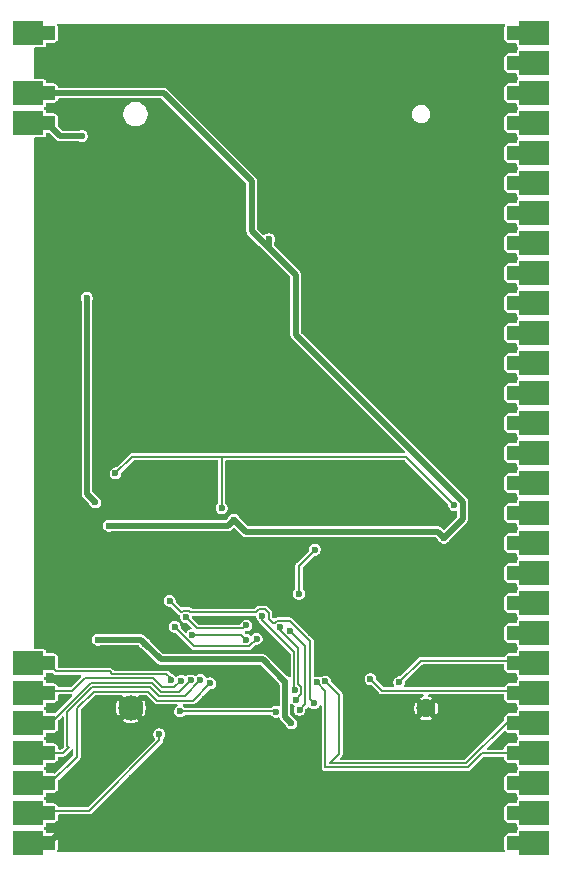
<source format=gbr>
%TF.GenerationSoftware,KiCad,Pcbnew,9.0.1+dfsg-1*%
%TF.CreationDate,2025-05-01T11:00:42+02:00*%
%TF.ProjectId,cellular-modem,63656c6c-756c-4617-922d-6d6f64656d2e,rev?*%
%TF.SameCoordinates,Original*%
%TF.FileFunction,Copper,L4,Bot*%
%TF.FilePolarity,Positive*%
%FSLAX46Y46*%
G04 Gerber Fmt 4.6, Leading zero omitted, Abs format (unit mm)*
G04 Created by KiCad (PCBNEW 9.0.1+dfsg-1) date 2025-05-01 11:00:42*
%MOMM*%
%LPD*%
G01*
G04 APERTURE LIST*
G04 Aperture macros list*
%AMRoundRect*
0 Rectangle with rounded corners*
0 $1 Rounding radius*
0 $2 $3 $4 $5 $6 $7 $8 $9 X,Y pos of 4 corners*
0 Add a 4 corners polygon primitive as box body*
4,1,4,$2,$3,$4,$5,$6,$7,$8,$9,$2,$3,0*
0 Add four circle primitives for the rounded corners*
1,1,$1+$1,$2,$3*
1,1,$1+$1,$4,$5*
1,1,$1+$1,$6,$7*
1,1,$1+$1,$8,$9*
0 Add four rect primitives between the rounded corners*
20,1,$1+$1,$2,$3,$4,$5,0*
20,1,$1+$1,$4,$5,$6,$7,0*
20,1,$1+$1,$6,$7,$8,$9,0*
20,1,$1+$1,$8,$9,$2,$3,0*%
G04 Aperture macros list end*
%TA.AperFunction,ComponentPad*%
%ADD10C,2.133600*%
%TD*%
%TA.AperFunction,ComponentPad*%
%ADD11C,1.625600*%
%TD*%
%TA.AperFunction,CastellatedPad*%
%ADD12R,2.540000X2.000000*%
%TD*%
%TA.AperFunction,ComponentPad*%
%ADD13RoundRect,0.250000X0.375000X0.375000X-0.375000X0.375000X-0.375000X-0.375000X0.375000X-0.375000X0*%
%TD*%
%TA.AperFunction,ViaPad*%
%ADD14C,0.600000*%
%TD*%
%TA.AperFunction,Conductor*%
%ADD15C,0.200000*%
%TD*%
%TA.AperFunction,Conductor*%
%ADD16C,0.500000*%
%TD*%
G04 APERTURE END LIST*
D10*
%TO.P,J1,55,GND*%
%TO.N,GND*%
X76611599Y-94188465D03*
D11*
%TO.P,J1,56,GND*%
X101611601Y-94188399D03*
%TD*%
D12*
%TO.P,M1,1,VCC*%
%TO.N,VBAT*%
X67945200Y-37033200D03*
D13*
X69645200Y-37033200D03*
D12*
%TO.P,M1,3*%
%TO.N,1V8*%
X67945200Y-42113200D03*
D13*
X69645200Y-42113200D03*
D12*
%TO.P,M1,4*%
%TO.N,3V3*%
X67945200Y-44653200D03*
D13*
X69645200Y-44653200D03*
D12*
%TO.P,M1,22*%
%TO.N,USIM_VDD*%
X67945200Y-90373200D03*
D13*
X69645200Y-90373200D03*
D12*
%TO.P,M1,23*%
%TO.N,USIM_DATA*%
X67945200Y-92913200D03*
D13*
X69645200Y-92913200D03*
D12*
%TO.P,M1,24*%
%TO.N,USIM_CLK*%
X67945200Y-95453200D03*
D13*
X69645200Y-95453200D03*
D12*
%TO.P,M1,25*%
%TO.N,{slash}USIM_RESET*%
X67945200Y-97993200D03*
D13*
X69645200Y-97993200D03*
D12*
%TO.P,M1,26*%
%TO.N,USIM_VPP*%
X67945200Y-100533200D03*
D13*
X69645200Y-100533200D03*
D12*
%TO.P,M1,27*%
%TO.N,{slash}CLKREQ*%
X67945200Y-103073200D03*
D13*
X69645200Y-103073200D03*
D12*
%TO.P,M1,28,GND*%
%TO.N,GND*%
X67945200Y-105613200D03*
D13*
X69645200Y-105613200D03*
%TO.P,M1,29*%
%TO.N,EN*%
X109045200Y-37033200D03*
D12*
X110745200Y-37033200D03*
D13*
%TO.P,M1,30*%
%TO.N,COEX_UART_RX_3V3*%
X109045200Y-39573200D03*
D12*
X110745200Y-39573200D03*
D13*
%TO.P,M1,31*%
%TO.N,UART_RX_3V3*%
X109045200Y-42113200D03*
D12*
X110745200Y-42113200D03*
D13*
%TO.P,M1,32*%
%TO.N,UART_CTS_3V3*%
X109045200Y-44653200D03*
D12*
X110745200Y-44653200D03*
D13*
%TO.P,M1,33*%
%TO.N,{slash}W_DISABLE_3V3*%
X109045200Y-47193200D03*
D12*
X110745200Y-47193200D03*
D13*
%TO.P,M1,34*%
%TO.N,{slash}DTR_SLEEP_MODE_3V3*%
X109045200Y-49733200D03*
D12*
X110745200Y-49733200D03*
D13*
%TO.P,M1,35*%
%TO.N,PCM_DIN_3V3*%
X109045200Y-52273200D03*
D12*
X110745200Y-52273200D03*
D13*
%TO.P,M1,36*%
%TO.N,{slash}RESET_3V3*%
X109045200Y-54813200D03*
D12*
X110745200Y-54813200D03*
D13*
%TO.P,M1,37*%
%TO.N,UART_TX_3V3*%
X109045200Y-57353200D03*
D12*
X110745200Y-57353200D03*
D13*
%TO.P,M1,38*%
%TO.N,COEX_UART_TX_3V3*%
X109045200Y-59893200D03*
D12*
X110745200Y-59893200D03*
D13*
%TO.P,M1,39*%
%TO.N,{slash}WAKE_3V3*%
X109045200Y-62433200D03*
D12*
X110745200Y-62433200D03*
D13*
%TO.P,M1,40*%
%TO.N,RI_HOST_WAKE_3V3*%
X109045200Y-64973200D03*
D12*
X110745200Y-64973200D03*
D13*
%TO.P,M1,41*%
%TO.N,PCM_DOUT_3V3*%
X109045200Y-67513200D03*
D12*
X110745200Y-67513200D03*
D13*
%TO.P,M1,42*%
%TO.N,PCM_CLK_3V3*%
X109045200Y-70053200D03*
D12*
X110745200Y-70053200D03*
D13*
%TO.P,M1,43*%
%TO.N,PCM_SYNC_3V#*%
X109045200Y-72593200D03*
D12*
X110745200Y-72593200D03*
D13*
%TO.P,M1,44*%
%TO.N,PCM_CLK_DIR*%
X109045200Y-75133200D03*
D12*
X110745200Y-75133200D03*
D13*
%TO.P,M1,45*%
%TO.N,unconnected-(M1-Pad45)*%
X109045200Y-77673200D03*
D12*
X110745200Y-77673200D03*
D13*
%TO.P,M1,46*%
%TO.N,unconnected-(M1-Pad46)*%
X109045200Y-80213200D03*
D12*
X110745200Y-80213200D03*
D13*
%TO.P,M1,47*%
%TO.N,USB_D-*%
X109045200Y-82753200D03*
D12*
X110745200Y-82753200D03*
D13*
%TO.P,M1,48*%
%TO.N,USB_D+*%
X109045200Y-85293200D03*
D12*
X110745200Y-85293200D03*
D13*
%TO.P,M1,49*%
%TO.N,RESERVED_PIN46*%
X109045200Y-87833200D03*
D12*
X110745200Y-87833200D03*
D13*
%TO.P,M1,50*%
%TO.N,USIM_SIM_PRESENT_IN*%
X109045200Y-90373200D03*
D12*
X110745200Y-90373200D03*
D13*
%TO.P,M1,51*%
%TO.N,{slash}LED_WWAN_OC_OUT*%
X109045200Y-92913200D03*
D12*
X110745200Y-92913200D03*
D13*
%TO.P,M1,52*%
%TO.N,I2C_DATA_1V8*%
X109045200Y-95453200D03*
D12*
X110745200Y-95453200D03*
D13*
%TO.P,M1,53*%
%TO.N,I2C_SCL_1V8*%
X109045200Y-97993200D03*
D12*
X110745200Y-97993200D03*
D13*
%TO.P,M1,54*%
%TO.N,PETp0*%
X109045200Y-100533200D03*
D12*
X110745200Y-100533200D03*
D13*
%TO.P,M1,55*%
%TO.N,PERp0*%
X109045200Y-103073200D03*
D12*
X110745200Y-103073200D03*
D13*
%TO.P,M1,56*%
%TO.N,RESERVED_PIN19*%
X109045200Y-105613200D03*
D12*
X110745200Y-105613200D03*
%TD*%
D14*
%TO.N,{slash}CLKREQ*%
X79019400Y-96393000D03*
%TO.N,I2C_DATA_1V8*%
X93095197Y-91910448D03*
%TO.N,GND*%
X94437200Y-100355400D03*
X88260000Y-71470000D03*
X102180000Y-41110000D03*
X95980000Y-69690000D03*
X107800000Y-51600000D03*
X97282000Y-75184000D03*
X84840000Y-81450000D03*
X89850000Y-103130000D03*
X90880000Y-69060000D03*
X78466000Y-77927200D03*
X107670000Y-60400000D03*
X106451400Y-75717400D03*
X86860000Y-100110000D03*
X107790000Y-70540000D03*
X80492600Y-51841400D03*
X107770000Y-68020000D03*
X86868000Y-56896000D03*
X78140000Y-100070000D03*
X107780000Y-62940000D03*
X107740000Y-73080000D03*
X92830000Y-87890000D03*
X70650000Y-89360000D03*
X75031600Y-79654400D03*
X91930000Y-52090000D03*
X99780000Y-100250000D03*
X95896328Y-58405928D03*
X108030000Y-43470000D03*
X77280000Y-96400000D03*
X98090000Y-100270000D03*
X69710000Y-38700000D03*
X106426000Y-87325200D03*
X82010000Y-96310000D03*
X108090000Y-91630000D03*
X70150000Y-99250000D03*
X104825800Y-38633400D03*
X78100000Y-41130000D03*
X98840000Y-100280000D03*
X98400000Y-88120000D03*
X88188800Y-96139000D03*
X87325200Y-91871800D03*
X96510000Y-100230000D03*
X88696800Y-83464400D03*
X100100000Y-55880000D03*
X75380000Y-69770000D03*
X99161600Y-74295000D03*
X107720000Y-65550000D03*
X107700000Y-57820000D03*
X107850000Y-75490000D03*
X103500000Y-104430000D03*
X107890000Y-89070000D03*
X95630000Y-100170000D03*
X88646000Y-100330000D03*
X88310000Y-91840000D03*
X82400000Y-83050000D03*
X70110000Y-94150000D03*
X82530000Y-61080000D03*
X70540000Y-41060000D03*
X96020000Y-77470000D03*
X97300000Y-101040000D03*
X107770000Y-55560000D03*
X82042000Y-76200000D03*
X84251800Y-65201800D03*
X86920000Y-96480000D03*
X81630000Y-100090000D03*
X91669000Y-76479000D03*
X85496400Y-60629800D03*
X108070000Y-46040000D03*
X76150000Y-74740000D03*
X95452600Y-92024200D03*
X95500000Y-55830000D03*
X107770000Y-104020000D03*
X86040000Y-104420000D03*
X107850000Y-38640000D03*
X88265000Y-78105000D03*
X71551800Y-61899800D03*
X80716001Y-80970001D03*
X92040000Y-79950000D03*
X80120000Y-100050000D03*
X84250000Y-39100000D03*
X95670000Y-78390000D03*
X100025200Y-78220001D03*
X80035400Y-96570800D03*
X78280000Y-48680000D03*
X82880200Y-96342200D03*
X92252800Y-100203000D03*
X107720000Y-49130000D03*
X97450000Y-88120000D03*
X78511400Y-88112600D03*
X108220000Y-96710000D03*
X91875218Y-87829782D03*
X73660000Y-39065200D03*
X107590000Y-81030000D03*
X70610000Y-101760000D03*
X70790000Y-91730000D03*
X86080600Y-93573600D03*
X94480000Y-83960000D03*
X70260000Y-96690000D03*
X96550000Y-96630000D03*
X85674200Y-75336400D03*
X107690000Y-86440000D03*
X89662000Y-38963600D03*
X90932000Y-96767600D03*
X108020000Y-94280000D03*
X75530000Y-65950000D03*
X101750000Y-86180000D03*
X82931000Y-93446600D03*
X88849200Y-61722000D03*
X82934028Y-63824428D03*
X75720000Y-48720000D03*
X75940000Y-104420000D03*
X108080000Y-101870000D03*
X75742800Y-81178400D03*
X100620000Y-100290000D03*
X79100000Y-57460000D03*
X70580000Y-43370000D03*
X106299000Y-76454000D03*
X99980000Y-45410000D03*
X91465400Y-86182200D03*
X76740000Y-100110000D03*
X71140000Y-36910000D03*
X102235000Y-73075800D03*
X100152200Y-88493600D03*
X91059000Y-100228400D03*
X107870000Y-41210000D03*
X108030000Y-99290000D03*
X102520000Y-45450000D03*
X73431400Y-57531000D03*
X102890000Y-91430000D03*
X90030000Y-74030000D03*
X71958200Y-104343200D03*
X106470000Y-91510000D03*
X82042000Y-79710000D03*
%TO.N,/PCM_SYNC_1V8_IO*%
X87736390Y-86355210D03*
X90500200Y-92650400D03*
%TO.N,3V3*%
X75320000Y-74300000D03*
X72466200Y-45745400D03*
X84302600Y-77241400D03*
X89662000Y-91948000D03*
X72898000Y-59461400D03*
X104013000Y-76987400D03*
X73609200Y-76758800D03*
X77806600Y-88721221D03*
X73837800Y-88392000D03*
X90213800Y-95478600D03*
%TO.N,I2C_SCL_1V8*%
X92348000Y-91998800D03*
%TO.N,/PCM_DOUT_1V8_OUT*%
X90900200Y-94335600D03*
X90103406Y-87620394D03*
%TO.N,/PCM_CLK_1V8_IO*%
X90855800Y-84505800D03*
X90594162Y-93470858D03*
X92202000Y-80772000D03*
X89246003Y-87350600D03*
%TO.N,USIM_SIM_PRESENT_IN*%
X99339400Y-91998800D03*
%TO.N,USIM_VDD*%
X79984600Y-91770200D03*
%TO.N,/PCM_DIN_1V8_IN*%
X79909801Y-85093707D03*
X92125800Y-93783200D03*
%TO.N,USIM_DATA*%
X80885512Y-91858312D03*
%TO.N,{slash}LED_WWAN_OC_OUT*%
X96910000Y-91730000D03*
%TO.N,/{slash}RESET_1V8_IN*%
X86410800Y-87172800D03*
X81304247Y-86488153D03*
%TO.N,/{slash}W_DISABLE_1V8_IN*%
X80340200Y-87299800D03*
X87274400Y-88315800D03*
%TO.N,{slash}USIM_RESET*%
X82509000Y-91797248D03*
%TO.N,USIM_CLK*%
X81686400Y-91821000D03*
%TO.N,/{slash}DTR_SLEEP_MODE_1V8_IN*%
X81810306Y-87988694D03*
X86385400Y-88401321D03*
%TO.N,/UART_CTS_1V8_IN*%
X80794331Y-94465669D03*
X88912000Y-94488000D03*
%TO.N,USIM_VPP*%
X83350000Y-92090000D03*
%TO.N,1V8*%
X74768000Y-78740000D03*
X85344000Y-78232000D03*
X88315800Y-54483000D03*
X103124000Y-79756000D03*
%TD*%
D15*
%TO.N,{slash}CLKREQ*%
X79019400Y-96912198D02*
X73061598Y-102870000D01*
X73061598Y-102870000D02*
X69366000Y-102870000D01*
X79019400Y-96393000D02*
X79019400Y-96912198D01*
%TO.N,I2C_DATA_1V8*%
X93095197Y-91910448D02*
X94259400Y-93074651D01*
X108620032Y-95250000D02*
X108966000Y-95250000D01*
X93449800Y-98860000D02*
X105010032Y-98860000D01*
X105010032Y-98860000D02*
X108620032Y-95250000D01*
X94259400Y-93074651D02*
X94259400Y-98050400D01*
X94259400Y-98050400D02*
X93449800Y-98860000D01*
%TO.N,GND*%
X71551800Y-59410600D02*
X71551800Y-61899800D01*
D16*
X87325200Y-91871800D02*
X87325200Y-92329000D01*
X87325200Y-92329000D02*
X86080600Y-93573600D01*
D15*
X106451400Y-75717400D02*
X105003600Y-75717400D01*
X88823800Y-83540600D02*
X91465400Y-86182200D01*
D16*
X100279200Y-88620600D02*
X105130600Y-88620600D01*
D15*
X86868000Y-56896000D02*
X86868000Y-59740800D01*
X73431400Y-57531000D02*
X71551800Y-59410600D01*
D16*
X95165376Y-91119940D02*
X95165376Y-91736976D01*
D15*
X102362000Y-73075800D02*
X102235000Y-73075800D01*
X86868000Y-59740800D02*
X88849200Y-61722000D01*
D16*
X82934028Y-63824428D02*
X82934028Y-63884028D01*
X100152200Y-88493600D02*
X100279200Y-88620600D01*
X105130600Y-88620600D02*
X106426000Y-87325200D01*
D15*
X88696800Y-83464400D02*
X88773000Y-83540600D01*
X105003600Y-75717400D02*
X102362000Y-73075800D01*
X88773000Y-83540600D02*
X88823800Y-83540600D01*
D16*
X95165376Y-91736976D02*
X95452600Y-92024200D01*
D15*
X92252800Y-100203000D02*
X94284800Y-100203000D01*
D16*
X82934028Y-63884028D02*
X84251800Y-65201800D01*
D15*
X94284800Y-100203000D02*
X94437200Y-100355400D01*
D16*
X91875218Y-87829782D02*
X95165376Y-91119940D01*
D15*
%TO.N,/PCM_SYNC_1V8_IO*%
X87736390Y-86720390D02*
X90449400Y-89433400D01*
X90449400Y-89433400D02*
X90449400Y-92599600D01*
X87736390Y-86355210D02*
X87736390Y-86720390D01*
X90449400Y-92599600D02*
X90500200Y-92650400D01*
%TO.N,3V3*%
X84302600Y-77241400D02*
X84302600Y-72923400D01*
D16*
X87782400Y-90068400D02*
X89662000Y-91948000D01*
X90213800Y-95478600D02*
X89662000Y-94926800D01*
D15*
X76722000Y-72898000D02*
X84277200Y-72898000D01*
X104013000Y-76987400D02*
X99923600Y-72898000D01*
D16*
X72466200Y-45745400D02*
X70637400Y-45745400D01*
X73609200Y-76758800D02*
X72898000Y-76047600D01*
X70637400Y-45745400D02*
X69545200Y-44653200D01*
D15*
X99923600Y-72898000D02*
X84277200Y-72898000D01*
D16*
X79153779Y-90068400D02*
X87782400Y-90068400D01*
X73837800Y-88392000D02*
X77477379Y-88392000D01*
X77477379Y-88392000D02*
X77806600Y-88721221D01*
X77806600Y-88721221D02*
X79153779Y-90068400D01*
X89662000Y-94926800D02*
X89662000Y-91948000D01*
D15*
X75320000Y-74300000D02*
X76722000Y-72898000D01*
D16*
X72898000Y-76047600D02*
X72898000Y-59461400D01*
D15*
X84302600Y-72923400D02*
X84277200Y-72898000D01*
%TO.N,I2C_SCL_1V8*%
X93065600Y-99212400D02*
X105156000Y-99212400D01*
X105156000Y-99212400D02*
X106375200Y-97993200D01*
X106375200Y-97993200D02*
X108762800Y-97993200D01*
X92348000Y-91998800D02*
X93065600Y-92716400D01*
X108762800Y-97993200D02*
X108966000Y-97790000D01*
X93065600Y-92716400D02*
X93065600Y-99212400D01*
%TO.N,/PCM_DOUT_1V8_OUT*%
X91405000Y-93830800D02*
X90900200Y-94335600D01*
X91405000Y-88921988D02*
X91405000Y-93830800D01*
X90103406Y-87620394D02*
X91405000Y-88921988D01*
%TO.N,/PCM_CLK_1V8_IO*%
X89246003Y-87350600D02*
X89246003Y-87544203D01*
X89246003Y-87544203D02*
X90801800Y-89100000D01*
X90855800Y-82118200D02*
X90855800Y-84505800D01*
X91052600Y-93012420D02*
X90594162Y-93470858D01*
X90801800Y-92170788D02*
X91052600Y-92421588D01*
X91052600Y-92421588D02*
X91052600Y-93012420D01*
X91948000Y-81026000D02*
X90855800Y-82118200D01*
X92202000Y-80772000D02*
X91948000Y-81026000D01*
X90801800Y-89100000D02*
X90801800Y-92170788D01*
%TO.N,USIM_SIM_PRESENT_IN*%
X99339400Y-91998800D02*
X101168200Y-90170000D01*
X101168200Y-90170000D02*
X108966000Y-90170000D01*
%TO.N,USIM_VDD*%
X74824188Y-91084400D02*
X70280400Y-91084400D01*
X79984600Y-91668600D02*
X79629000Y-91313000D01*
X75052788Y-91313000D02*
X74824188Y-91084400D01*
X70280400Y-91084400D02*
X69366000Y-90170000D01*
X79984600Y-91770200D02*
X79984600Y-91668600D01*
X79629000Y-91313000D02*
X75052788Y-91313000D01*
%TO.N,/PCM_DIN_1V8_IN*%
X91795600Y-93453000D02*
X92125800Y-93783200D01*
X88836388Y-86979003D02*
X89017191Y-86798200D01*
X87507578Y-85802810D02*
X87965202Y-85802810D01*
X80955988Y-86055200D02*
X81075435Y-85935753D01*
X88288790Y-86126398D02*
X88288790Y-86612390D01*
X79909801Y-85093707D02*
X80871294Y-86055200D01*
X88288790Y-86612390D02*
X88655403Y-86979003D01*
X81075435Y-85935753D02*
X81533059Y-85935753D01*
X91795600Y-88531376D02*
X91795600Y-93453000D01*
X87965202Y-85802810D02*
X88288790Y-86126398D01*
X88655403Y-86979003D02*
X88836388Y-86979003D01*
X87255188Y-86055200D02*
X87507578Y-85802810D01*
X81533059Y-85935753D02*
X81652506Y-86055200D01*
X89017191Y-86798200D02*
X90062424Y-86798200D01*
X81652506Y-86055200D02*
X87255188Y-86055200D01*
X90062424Y-86798200D02*
X91795600Y-88531376D01*
X80871294Y-86055200D02*
X80955988Y-86055200D01*
%TO.N,USIM_DATA*%
X72704600Y-91665400D02*
X71660000Y-92710000D01*
X78514336Y-91665400D02*
X72704600Y-91665400D01*
X80885512Y-91858312D02*
X80306824Y-92437000D01*
X71660000Y-92710000D02*
X69366000Y-92710000D01*
X79285936Y-92437000D02*
X78514336Y-91665400D01*
X80306824Y-92437000D02*
X79285936Y-92437000D01*
%TO.N,{slash}LED_WWAN_OC_OUT*%
X96910000Y-91730000D02*
X97890000Y-92710000D01*
X97890000Y-92710000D02*
X108966000Y-92710000D01*
%TO.N,/{slash}RESET_1V8_IN*%
X86156800Y-87426800D02*
X82242894Y-87426800D01*
X82242894Y-87426800D02*
X81304247Y-86488153D01*
X86410800Y-87172800D02*
X86156800Y-87426800D01*
%TO.N,/{slash}W_DISABLE_1V8_IN*%
X86636479Y-88953721D02*
X81994121Y-88953721D01*
X81994121Y-88953721D02*
X80340200Y-87299800D01*
X87274400Y-88315800D02*
X86636479Y-88953721D01*
%TO.N,{slash}USIM_RESET*%
X82509000Y-91797248D02*
X81164448Y-93141800D01*
X70866000Y-97993200D02*
X69545200Y-97993200D01*
X71348600Y-97510600D02*
X70866000Y-97993200D01*
X73329800Y-92430600D02*
X71241600Y-94518800D01*
X69636000Y-97790000D02*
X69366000Y-97790000D01*
X71241600Y-97403600D02*
X71348600Y-97510600D01*
X71241600Y-94518800D02*
X71241600Y-97403600D01*
X81164448Y-93141800D02*
X78994000Y-93141800D01*
X78282800Y-92430600D02*
X73329800Y-92430600D01*
X78994000Y-93141800D02*
X78282800Y-92430600D01*
%TO.N,USIM_CLK*%
X79139968Y-92789400D02*
X78368368Y-92017800D01*
X81686400Y-91821000D02*
X81686400Y-91838636D01*
X78368368Y-92017800D02*
X73234600Y-92017800D01*
X70002400Y-95250000D02*
X69366000Y-95250000D01*
X73234600Y-92017800D02*
X70002400Y-95250000D01*
X81686400Y-91838636D02*
X80735636Y-92789400D01*
X80735636Y-92789400D02*
X79139968Y-92789400D01*
%TO.N,/{slash}DTR_SLEEP_MODE_1V8_IN*%
X85972773Y-87988694D02*
X86385400Y-88401321D01*
X81810306Y-87988694D02*
X85972773Y-87988694D01*
%TO.N,/UART_CTS_1V8_IN*%
X80794331Y-94465669D02*
X88889669Y-94465669D01*
X88889669Y-94465669D02*
X88912000Y-94488000D01*
%TO.N,USIM_VPP*%
X73475768Y-92783000D02*
X72059800Y-94198968D01*
X72059800Y-94198968D02*
X72059800Y-98288600D01*
X78867000Y-93548200D02*
X78101800Y-92783000D01*
X81891800Y-93548200D02*
X78867000Y-93548200D01*
X83350000Y-92090000D02*
X81891800Y-93548200D01*
X78101800Y-92783000D02*
X73475768Y-92783000D01*
X69815200Y-100533200D02*
X69545200Y-100533200D01*
X69600800Y-100330000D02*
X69366000Y-100330000D01*
X72059800Y-98288600D02*
X69815200Y-100533200D01*
D16*
%TO.N,1V8*%
X74768000Y-78740000D02*
X84836000Y-78740000D01*
X104715400Y-76696456D02*
X104715400Y-78164600D01*
X86842600Y-53771800D02*
X86842600Y-49542600D01*
X88315800Y-54483000D02*
X88315800Y-55245000D01*
X88315800Y-55245000D02*
X90576400Y-57505600D01*
X90576400Y-57505600D02*
X90576400Y-62557456D01*
X86842600Y-49542600D02*
X79413200Y-42113200D01*
X90576400Y-62557456D02*
X104715400Y-76696456D01*
X84836000Y-78740000D02*
X85344000Y-78232000D01*
X102616000Y-79248000D02*
X103124000Y-79756000D01*
X86360000Y-79248000D02*
X102616000Y-79248000D01*
X104715400Y-78164600D02*
X103124000Y-79756000D01*
X88315800Y-55245000D02*
X86842600Y-53771800D01*
X85344000Y-78232000D02*
X86360000Y-79248000D01*
X79413200Y-42113200D02*
X69545200Y-42113200D01*
%TD*%
%TA.AperFunction,Conductor*%
%TO.N,GND*%
G36*
X75877372Y-93102407D02*
G01*
X75889185Y-93112496D01*
X76239509Y-93462820D01*
X76226594Y-93468171D01*
X76093469Y-93557122D01*
X75980256Y-93670335D01*
X75891305Y-93803460D01*
X75885954Y-93816375D01*
X75555892Y-93486313D01*
X75528131Y-93524523D01*
X75437608Y-93702186D01*
X75437606Y-93702189D01*
X75375992Y-93891816D01*
X75375991Y-93891820D01*
X75344799Y-94088762D01*
X75344799Y-94288167D01*
X75375991Y-94485109D01*
X75375992Y-94485113D01*
X75437606Y-94674740D01*
X75437608Y-94674743D01*
X75528134Y-94852412D01*
X75528138Y-94852418D01*
X75555891Y-94890616D01*
X75885954Y-94560552D01*
X75891305Y-94573470D01*
X75980256Y-94706595D01*
X76093469Y-94819808D01*
X76226594Y-94908759D01*
X76239508Y-94914108D01*
X75909446Y-95244171D01*
X75947646Y-95271925D01*
X75947651Y-95271929D01*
X76125320Y-95362455D01*
X76125323Y-95362457D01*
X76314950Y-95424071D01*
X76314954Y-95424072D01*
X76511897Y-95455265D01*
X76711301Y-95455265D01*
X76908243Y-95424072D01*
X76908247Y-95424071D01*
X77097874Y-95362457D01*
X77097877Y-95362455D01*
X77275540Y-95271932D01*
X77275548Y-95271927D01*
X77313750Y-95244171D01*
X76983688Y-94914109D01*
X76996604Y-94908759D01*
X77129729Y-94819808D01*
X77242942Y-94706595D01*
X77331893Y-94573470D01*
X77337243Y-94560554D01*
X77667305Y-94890616D01*
X77695061Y-94852414D01*
X77695066Y-94852406D01*
X77785589Y-94674743D01*
X77785591Y-94674740D01*
X77847205Y-94485113D01*
X77847206Y-94485109D01*
X77878399Y-94288167D01*
X77878399Y-94088762D01*
X77847206Y-93891820D01*
X77847205Y-93891816D01*
X77785591Y-93702189D01*
X77785589Y-93702186D01*
X77695063Y-93524517D01*
X77695059Y-93524512D01*
X77667305Y-93486312D01*
X77337242Y-93816374D01*
X77331893Y-93803460D01*
X77242942Y-93670335D01*
X77129729Y-93557122D01*
X76996604Y-93468171D01*
X76983686Y-93462820D01*
X77334012Y-93112496D01*
X77388529Y-93084719D01*
X77404016Y-93083500D01*
X77936321Y-93083500D01*
X77994512Y-93102407D01*
X78006325Y-93112496D01*
X78626540Y-93732711D01*
X78626539Y-93732711D01*
X78682489Y-93788660D01*
X78751007Y-93828219D01*
X78751011Y-93828221D01*
X78827435Y-93848699D01*
X78827437Y-93848700D01*
X80492479Y-93848700D01*
X80550670Y-93867607D01*
X80586634Y-93917107D01*
X80586634Y-93978293D01*
X80550670Y-94027793D01*
X80541984Y-94033433D01*
X80525082Y-94043192D01*
X80487018Y-94065168D01*
X80393827Y-94158359D01*
X80327940Y-94272478D01*
X80308870Y-94343647D01*
X80293831Y-94399777D01*
X80293831Y-94531561D01*
X80314525Y-94608793D01*
X80327940Y-94658859D01*
X80393827Y-94772978D01*
X80393829Y-94772980D01*
X80393831Y-94772983D01*
X80487017Y-94866169D01*
X80487019Y-94866170D01*
X80487021Y-94866172D01*
X80601141Y-94932059D01*
X80601139Y-94932059D01*
X80601143Y-94932060D01*
X80601145Y-94932061D01*
X80728439Y-94966169D01*
X80728441Y-94966169D01*
X80860221Y-94966169D01*
X80860223Y-94966169D01*
X80987517Y-94932061D01*
X80987519Y-94932059D01*
X80987521Y-94932059D01*
X81101640Y-94866172D01*
X81101640Y-94866171D01*
X81101645Y-94866169D01*
X81172650Y-94795163D01*
X81227165Y-94767388D01*
X81242652Y-94766169D01*
X88441348Y-94766169D01*
X88499539Y-94785076D01*
X88511352Y-94795165D01*
X88511498Y-94795311D01*
X88511500Y-94795314D01*
X88604686Y-94888500D01*
X88604688Y-94888501D01*
X88604690Y-94888503D01*
X88718810Y-94954390D01*
X88718808Y-94954390D01*
X88718812Y-94954391D01*
X88718814Y-94954392D01*
X88846108Y-94988500D01*
X88846110Y-94988500D01*
X88977890Y-94988500D01*
X88977892Y-94988500D01*
X89100826Y-94955560D01*
X89116480Y-94956380D01*
X89131623Y-94952323D01*
X89146260Y-94957941D01*
X89161923Y-94958762D01*
X89174109Y-94968630D01*
X89188745Y-94974248D01*
X89197285Y-94987397D01*
X89209473Y-94997267D01*
X89222071Y-95025561D01*
X89229816Y-95054462D01*
X89229817Y-95054468D01*
X89242198Y-95100681D01*
X89242203Y-95100692D01*
X89301507Y-95203409D01*
X89301511Y-95203414D01*
X89720424Y-95622328D01*
X89746045Y-95666703D01*
X89747406Y-95671782D01*
X89747409Y-95671789D01*
X89813296Y-95785909D01*
X89813298Y-95785911D01*
X89813300Y-95785914D01*
X89906486Y-95879100D01*
X89906488Y-95879101D01*
X89906490Y-95879103D01*
X90020610Y-95944990D01*
X90020608Y-95944990D01*
X90020612Y-95944991D01*
X90020614Y-95944992D01*
X90147908Y-95979100D01*
X90147910Y-95979100D01*
X90279690Y-95979100D01*
X90279692Y-95979100D01*
X90406986Y-95944992D01*
X90406988Y-95944990D01*
X90406990Y-95944990D01*
X90521109Y-95879103D01*
X90521109Y-95879102D01*
X90521114Y-95879100D01*
X90614300Y-95785914D01*
X90680192Y-95671786D01*
X90714300Y-95544492D01*
X90714300Y-95412708D01*
X90680192Y-95285414D01*
X90680190Y-95285411D01*
X90680190Y-95285409D01*
X90614303Y-95171290D01*
X90614301Y-95171288D01*
X90614300Y-95171286D01*
X90521114Y-95078100D01*
X90521111Y-95078098D01*
X90521109Y-95078096D01*
X90406989Y-95012209D01*
X90406982Y-95012206D01*
X90401903Y-95010845D01*
X90357527Y-94985224D01*
X90141496Y-94769193D01*
X90113719Y-94714676D01*
X90112500Y-94699189D01*
X90112500Y-93936017D01*
X90131407Y-93877826D01*
X90180907Y-93841862D01*
X90242093Y-93841862D01*
X90261106Y-93850342D01*
X90272331Y-93856841D01*
X90286848Y-93871358D01*
X90400976Y-93937250D01*
X90420018Y-93942352D01*
X90431351Y-93948914D01*
X90443470Y-93962407D01*
X90458681Y-93972285D01*
X90463412Y-93984610D01*
X90472236Y-93994434D01*
X90474109Y-94012475D01*
X90480609Y-94029406D01*
X90477299Y-94043192D01*
X90478556Y-94055292D01*
X90471447Y-94067568D01*
X90467482Y-94084089D01*
X90433808Y-94142412D01*
X90421486Y-94188399D01*
X90399700Y-94269708D01*
X90399700Y-94401492D01*
X90406286Y-94426071D01*
X90433809Y-94528790D01*
X90499696Y-94642909D01*
X90499698Y-94642911D01*
X90499700Y-94642914D01*
X90592886Y-94736100D01*
X90592888Y-94736101D01*
X90592890Y-94736103D01*
X90707010Y-94801990D01*
X90707008Y-94801990D01*
X90707012Y-94801991D01*
X90707014Y-94801992D01*
X90834308Y-94836100D01*
X90834310Y-94836100D01*
X90966090Y-94836100D01*
X90966092Y-94836100D01*
X91093386Y-94801992D01*
X91093388Y-94801990D01*
X91093390Y-94801990D01*
X91207509Y-94736103D01*
X91207509Y-94736102D01*
X91207514Y-94736100D01*
X91300700Y-94642914D01*
X91305934Y-94633849D01*
X91366590Y-94528790D01*
X91366590Y-94528788D01*
X91366592Y-94528786D01*
X91400700Y-94401492D01*
X91400700Y-94301077D01*
X91419607Y-94242886D01*
X91429696Y-94231074D01*
X91502415Y-94158355D01*
X91578162Y-94082608D01*
X91632676Y-94054832D01*
X91693108Y-94064403D01*
X91719929Y-94086707D01*
X91720712Y-94085925D01*
X91725298Y-94090511D01*
X91725300Y-94090514D01*
X91818486Y-94183700D01*
X91818488Y-94183701D01*
X91818490Y-94183703D01*
X91932610Y-94249590D01*
X91932608Y-94249590D01*
X91932612Y-94249591D01*
X91932614Y-94249592D01*
X92059908Y-94283700D01*
X92059910Y-94283700D01*
X92191690Y-94283700D01*
X92191692Y-94283700D01*
X92318986Y-94249592D01*
X92318988Y-94249590D01*
X92318990Y-94249590D01*
X92433109Y-94183703D01*
X92433109Y-94183702D01*
X92433114Y-94183700D01*
X92526300Y-94090514D01*
X92528040Y-94087500D01*
X92580364Y-93996874D01*
X92625833Y-93955933D01*
X92686683Y-93949537D01*
X92739671Y-93980130D01*
X92764558Y-94036026D01*
X92765100Y-94046374D01*
X92765100Y-99251964D01*
X92785578Y-99328388D01*
X92785580Y-99328392D01*
X92820368Y-99388646D01*
X92825140Y-99396911D01*
X92881089Y-99452860D01*
X92881091Y-99452861D01*
X92949607Y-99492419D01*
X92949611Y-99492421D01*
X93026035Y-99512899D01*
X93026037Y-99512900D01*
X93026038Y-99512900D01*
X105195563Y-99512900D01*
X105195563Y-99512899D01*
X105271989Y-99492421D01*
X105340511Y-99452860D01*
X105396460Y-99396911D01*
X106470675Y-98322696D01*
X106525192Y-98294919D01*
X106540679Y-98293700D01*
X108120700Y-98293700D01*
X108178891Y-98312607D01*
X108214855Y-98362107D01*
X108219700Y-98392700D01*
X108219700Y-98422474D01*
X108222553Y-98452894D01*
X108222555Y-98452903D01*
X108267407Y-98581083D01*
X108348045Y-98690344D01*
X108348047Y-98690346D01*
X108348050Y-98690350D01*
X108348053Y-98690352D01*
X108348055Y-98690354D01*
X108457316Y-98770992D01*
X108457317Y-98770992D01*
X108457318Y-98770993D01*
X108585501Y-98815846D01*
X108615925Y-98818699D01*
X108615927Y-98818700D01*
X108615934Y-98818700D01*
X109175700Y-98818700D01*
X109233891Y-98837607D01*
X109269855Y-98887107D01*
X109274700Y-98917700D01*
X109274700Y-99012946D01*
X109274701Y-99012958D01*
X109286332Y-99071427D01*
X109286333Y-99071431D01*
X109330648Y-99137752D01*
X109330651Y-99137754D01*
X109395200Y-99180885D01*
X109433079Y-99228935D01*
X109435481Y-99290073D01*
X109401488Y-99340947D01*
X109395200Y-99345515D01*
X109330651Y-99388645D01*
X109330645Y-99388651D01*
X109286334Y-99454966D01*
X109286332Y-99454972D01*
X109274701Y-99513441D01*
X109274700Y-99513453D01*
X109274700Y-99608700D01*
X109255793Y-99666891D01*
X109206293Y-99702855D01*
X109175700Y-99707700D01*
X108615925Y-99707700D01*
X108585505Y-99710553D01*
X108585496Y-99710555D01*
X108457316Y-99755407D01*
X108348055Y-99836045D01*
X108348045Y-99836055D01*
X108267407Y-99945316D01*
X108222555Y-100073496D01*
X108222553Y-100073505D01*
X108219700Y-100103925D01*
X108219700Y-100962474D01*
X108222553Y-100992894D01*
X108222555Y-100992903D01*
X108267407Y-101121083D01*
X108348045Y-101230344D01*
X108348047Y-101230346D01*
X108348050Y-101230350D01*
X108348053Y-101230352D01*
X108348055Y-101230354D01*
X108457316Y-101310992D01*
X108457317Y-101310992D01*
X108457318Y-101310993D01*
X108585501Y-101355846D01*
X108615925Y-101358699D01*
X108615927Y-101358700D01*
X108615934Y-101358700D01*
X109175700Y-101358700D01*
X109233891Y-101377607D01*
X109269855Y-101427107D01*
X109274700Y-101457700D01*
X109274700Y-101552946D01*
X109274701Y-101552958D01*
X109286332Y-101611427D01*
X109286333Y-101611431D01*
X109330648Y-101677752D01*
X109330651Y-101677754D01*
X109395200Y-101720885D01*
X109433079Y-101768935D01*
X109435481Y-101830073D01*
X109401488Y-101880947D01*
X109395200Y-101885515D01*
X109330651Y-101928645D01*
X109330645Y-101928651D01*
X109286334Y-101994966D01*
X109286332Y-101994972D01*
X109274701Y-102053441D01*
X109274700Y-102053453D01*
X109274700Y-102148700D01*
X109255793Y-102206891D01*
X109206293Y-102242855D01*
X109175700Y-102247700D01*
X108615925Y-102247700D01*
X108585505Y-102250553D01*
X108585496Y-102250555D01*
X108457316Y-102295407D01*
X108348055Y-102376045D01*
X108348045Y-102376055D01*
X108267407Y-102485316D01*
X108222555Y-102613496D01*
X108222553Y-102613505D01*
X108219700Y-102643925D01*
X108219700Y-103502474D01*
X108222553Y-103532894D01*
X108222555Y-103532903D01*
X108267407Y-103661083D01*
X108348045Y-103770344D01*
X108348047Y-103770346D01*
X108348050Y-103770350D01*
X108348053Y-103770352D01*
X108348055Y-103770354D01*
X108457316Y-103850992D01*
X108457317Y-103850992D01*
X108457318Y-103850993D01*
X108585501Y-103895846D01*
X108615925Y-103898699D01*
X108615927Y-103898700D01*
X108615934Y-103898700D01*
X109175700Y-103898700D01*
X109233891Y-103917607D01*
X109269855Y-103967107D01*
X109274700Y-103997700D01*
X109274700Y-104092946D01*
X109274701Y-104092958D01*
X109286332Y-104151427D01*
X109286333Y-104151431D01*
X109330648Y-104217752D01*
X109330651Y-104217754D01*
X109395200Y-104260885D01*
X109433079Y-104308935D01*
X109435481Y-104370073D01*
X109401488Y-104420947D01*
X109395200Y-104425515D01*
X109330651Y-104468645D01*
X109330645Y-104468651D01*
X109286334Y-104534966D01*
X109286332Y-104534972D01*
X109274701Y-104593441D01*
X109274700Y-104593453D01*
X109274700Y-104688700D01*
X109255793Y-104746891D01*
X109206293Y-104782855D01*
X109175700Y-104787700D01*
X108615925Y-104787700D01*
X108585505Y-104790553D01*
X108585496Y-104790555D01*
X108457316Y-104835407D01*
X108348055Y-104916045D01*
X108348045Y-104916055D01*
X108267407Y-105025316D01*
X108222555Y-105153496D01*
X108222553Y-105153505D01*
X108219700Y-105183925D01*
X108219700Y-106042474D01*
X108222553Y-106072894D01*
X108222555Y-106072903D01*
X108267406Y-106201081D01*
X108284995Y-106224913D01*
X108304336Y-106282961D01*
X108285864Y-106341292D01*
X108236634Y-106377624D01*
X108205339Y-106382701D01*
X70484439Y-106382701D01*
X70426248Y-106363794D01*
X70390284Y-106314294D01*
X70390284Y-106253108D01*
X70404784Y-106224912D01*
X70422545Y-106200847D01*
X70467349Y-106072801D01*
X70470199Y-106042411D01*
X70470199Y-105183996D01*
X70467349Y-105153595D01*
X70465018Y-105146933D01*
X70465017Y-105146933D01*
X70020200Y-105591750D01*
X70020200Y-105563830D01*
X69994644Y-105468455D01*
X69945275Y-105382945D01*
X69875455Y-105313125D01*
X69789945Y-105263756D01*
X69694570Y-105238200D01*
X69666646Y-105238200D01*
X70111465Y-104793381D01*
X70111465Y-104793380D01*
X70104804Y-104791050D01*
X70104805Y-104791050D01*
X70074411Y-104788200D01*
X69514200Y-104788200D01*
X69456009Y-104769293D01*
X69420045Y-104719793D01*
X69415200Y-104689200D01*
X69415200Y-104593502D01*
X69415199Y-104593499D01*
X69403596Y-104535163D01*
X69359393Y-104469010D01*
X69359388Y-104469005D01*
X69294750Y-104425815D01*
X69256871Y-104377765D01*
X69254469Y-104316627D01*
X69288462Y-104265753D01*
X69294738Y-104261193D01*
X69359752Y-104217752D01*
X69404067Y-104151431D01*
X69415700Y-104092948D01*
X69415700Y-103997700D01*
X69434607Y-103939509D01*
X69484107Y-103903545D01*
X69514700Y-103898700D01*
X70074473Y-103898700D01*
X70074473Y-103898699D01*
X70104899Y-103895846D01*
X70233082Y-103850993D01*
X70342350Y-103770350D01*
X70422993Y-103661082D01*
X70467846Y-103532899D01*
X70470699Y-103502473D01*
X70470700Y-103502473D01*
X70470700Y-103269500D01*
X70489607Y-103211309D01*
X70539107Y-103175345D01*
X70569700Y-103170500D01*
X73101161Y-103170500D01*
X73101161Y-103170499D01*
X73177587Y-103150021D01*
X73246109Y-103110460D01*
X73302058Y-103054511D01*
X79259860Y-97096709D01*
X79299421Y-97028187D01*
X79319900Y-96951760D01*
X79319900Y-96841321D01*
X79338807Y-96783130D01*
X79348890Y-96771323D01*
X79419900Y-96700314D01*
X79453529Y-96642067D01*
X79485790Y-96586190D01*
X79485790Y-96586188D01*
X79485792Y-96586186D01*
X79519900Y-96458892D01*
X79519900Y-96327108D01*
X79485792Y-96199814D01*
X79485790Y-96199811D01*
X79485790Y-96199809D01*
X79419903Y-96085690D01*
X79419901Y-96085688D01*
X79419900Y-96085686D01*
X79326714Y-95992500D01*
X79326711Y-95992498D01*
X79326709Y-95992496D01*
X79212589Y-95926609D01*
X79212591Y-95926609D01*
X79161404Y-95912894D01*
X79085292Y-95892500D01*
X78953508Y-95892500D01*
X78877396Y-95912894D01*
X78826209Y-95926609D01*
X78712090Y-95992496D01*
X78618896Y-96085690D01*
X78553009Y-96199809D01*
X78553008Y-96199814D01*
X78518900Y-96327108D01*
X78518900Y-96458892D01*
X78522669Y-96472958D01*
X78553009Y-96586190D01*
X78618896Y-96700309D01*
X78618898Y-96700311D01*
X78618900Y-96700314D01*
X78642603Y-96724017D01*
X78670379Y-96778532D01*
X78660808Y-96838964D01*
X78642602Y-96864023D01*
X72966123Y-102540504D01*
X72911606Y-102568281D01*
X72896119Y-102569500D01*
X70522694Y-102569500D01*
X70464503Y-102550593D01*
X70429250Y-102503199D01*
X70422992Y-102485315D01*
X70342354Y-102376055D01*
X70342352Y-102376053D01*
X70342350Y-102376050D01*
X70342346Y-102376047D01*
X70342344Y-102376045D01*
X70233083Y-102295407D01*
X70104903Y-102250555D01*
X70104894Y-102250553D01*
X70074474Y-102247700D01*
X70074466Y-102247700D01*
X69514700Y-102247700D01*
X69456509Y-102228793D01*
X69420545Y-102179293D01*
X69415700Y-102148700D01*
X69415700Y-102053453D01*
X69415698Y-102053441D01*
X69412911Y-102039431D01*
X69404067Y-101994969D01*
X69359752Y-101928648D01*
X69295197Y-101885513D01*
X69257320Y-101837465D01*
X69254918Y-101776327D01*
X69288911Y-101725454D01*
X69295188Y-101720892D01*
X69359752Y-101677752D01*
X69404067Y-101611431D01*
X69415700Y-101552948D01*
X69415700Y-101457700D01*
X69434607Y-101399509D01*
X69484107Y-101363545D01*
X69514700Y-101358700D01*
X70074473Y-101358700D01*
X70074473Y-101358699D01*
X70104899Y-101355846D01*
X70233082Y-101310993D01*
X70342350Y-101230350D01*
X70422993Y-101121082D01*
X70467846Y-100992899D01*
X70470699Y-100962473D01*
X70470700Y-100962473D01*
X70470700Y-100343678D01*
X70489607Y-100285487D01*
X70499690Y-100273680D01*
X72300260Y-98473111D01*
X72311927Y-98452903D01*
X72339820Y-98404592D01*
X72339820Y-98404590D01*
X72339822Y-98404588D01*
X72360300Y-98328162D01*
X72360300Y-98249038D01*
X72360300Y-94364447D01*
X72379207Y-94306256D01*
X72389296Y-94294443D01*
X73571243Y-93112496D01*
X73625760Y-93084719D01*
X73641247Y-93083500D01*
X75819181Y-93083500D01*
X75877372Y-93102407D01*
G37*
%TD.AperFunction*%
%TA.AperFunction,Conductor*%
G36*
X71705245Y-97675668D02*
G01*
X71748510Y-97718933D01*
X71759300Y-97763878D01*
X71759300Y-98123120D01*
X71740393Y-98181311D01*
X71730304Y-98193124D01*
X70228871Y-99694556D01*
X70174354Y-99722333D01*
X70126171Y-99717997D01*
X70118645Y-99715363D01*
X70104899Y-99710554D01*
X70104897Y-99710553D01*
X70104898Y-99710553D01*
X70074474Y-99707700D01*
X70074466Y-99707700D01*
X69514700Y-99707700D01*
X69456509Y-99688793D01*
X69420545Y-99639293D01*
X69415700Y-99608700D01*
X69415700Y-99513453D01*
X69415698Y-99513441D01*
X69411516Y-99492419D01*
X69404067Y-99454969D01*
X69359752Y-99388648D01*
X69295197Y-99345513D01*
X69257320Y-99297465D01*
X69254918Y-99236327D01*
X69288911Y-99185454D01*
X69295188Y-99180892D01*
X69359752Y-99137752D01*
X69404067Y-99071431D01*
X69415700Y-99012948D01*
X69415700Y-98917700D01*
X69434607Y-98859509D01*
X69484107Y-98823545D01*
X69514700Y-98818700D01*
X70074473Y-98818700D01*
X70074473Y-98818699D01*
X70104899Y-98815846D01*
X70233082Y-98770993D01*
X70342350Y-98690350D01*
X70422993Y-98581082D01*
X70467846Y-98452899D01*
X70470699Y-98422473D01*
X70470700Y-98422473D01*
X70470700Y-98392700D01*
X70489607Y-98334509D01*
X70539107Y-98298545D01*
X70569700Y-98293700D01*
X70905563Y-98293700D01*
X70905563Y-98293699D01*
X70981989Y-98273221D01*
X71050511Y-98233660D01*
X71091047Y-98193124D01*
X71106461Y-98177711D01*
X71590296Y-97693875D01*
X71644813Y-97666097D01*
X71705245Y-97675668D01*
G37*
%TD.AperFunction*%
%TA.AperFunction,Conductor*%
G36*
X108220595Y-36268655D02*
G01*
X108236634Y-36268776D01*
X108248958Y-36277871D01*
X108263530Y-36282606D01*
X108272959Y-36295584D01*
X108285864Y-36305108D01*
X108290488Y-36319710D01*
X108299494Y-36332106D01*
X108299494Y-36348148D01*
X108304336Y-36363439D01*
X108299494Y-36377971D01*
X108299494Y-36393292D01*
X108284995Y-36421487D01*
X108267406Y-36445318D01*
X108222555Y-36573496D01*
X108222553Y-36573505D01*
X108219700Y-36603925D01*
X108219700Y-37462474D01*
X108222553Y-37492894D01*
X108222555Y-37492903D01*
X108267407Y-37621083D01*
X108348045Y-37730344D01*
X108348047Y-37730346D01*
X108348050Y-37730350D01*
X108348053Y-37730352D01*
X108348055Y-37730354D01*
X108457316Y-37810992D01*
X108457317Y-37810992D01*
X108457318Y-37810993D01*
X108585501Y-37855846D01*
X108615925Y-37858699D01*
X108615927Y-37858700D01*
X108615934Y-37858700D01*
X109175700Y-37858700D01*
X109233891Y-37877607D01*
X109269855Y-37927107D01*
X109274700Y-37957700D01*
X109274700Y-38052946D01*
X109274701Y-38052958D01*
X109286332Y-38111427D01*
X109286333Y-38111431D01*
X109330648Y-38177752D01*
X109330651Y-38177754D01*
X109395200Y-38220885D01*
X109433079Y-38268935D01*
X109435481Y-38330073D01*
X109401488Y-38380947D01*
X109395200Y-38385515D01*
X109330651Y-38428645D01*
X109330645Y-38428651D01*
X109286334Y-38494966D01*
X109286332Y-38494972D01*
X109274701Y-38553441D01*
X109274700Y-38553453D01*
X109274700Y-38648700D01*
X109255793Y-38706891D01*
X109206293Y-38742855D01*
X109175700Y-38747700D01*
X108615925Y-38747700D01*
X108585505Y-38750553D01*
X108585496Y-38750555D01*
X108457316Y-38795407D01*
X108348055Y-38876045D01*
X108348045Y-38876055D01*
X108267407Y-38985316D01*
X108222555Y-39113496D01*
X108222553Y-39113505D01*
X108219700Y-39143925D01*
X108219700Y-40002474D01*
X108222553Y-40032894D01*
X108222555Y-40032903D01*
X108267407Y-40161083D01*
X108348045Y-40270344D01*
X108348047Y-40270346D01*
X108348050Y-40270350D01*
X108348053Y-40270352D01*
X108348055Y-40270354D01*
X108457316Y-40350992D01*
X108457317Y-40350992D01*
X108457318Y-40350993D01*
X108585501Y-40395846D01*
X108615925Y-40398699D01*
X108615927Y-40398700D01*
X108615934Y-40398700D01*
X109175700Y-40398700D01*
X109233891Y-40417607D01*
X109269855Y-40467107D01*
X109274700Y-40497700D01*
X109274700Y-40592946D01*
X109274701Y-40592958D01*
X109286332Y-40651427D01*
X109286333Y-40651431D01*
X109330648Y-40717752D01*
X109330651Y-40717754D01*
X109395200Y-40760885D01*
X109433079Y-40808935D01*
X109435481Y-40870073D01*
X109401488Y-40920947D01*
X109395200Y-40925515D01*
X109330651Y-40968645D01*
X109330645Y-40968651D01*
X109286334Y-41034966D01*
X109286332Y-41034972D01*
X109274701Y-41093441D01*
X109274700Y-41093453D01*
X109274700Y-41188700D01*
X109255793Y-41246891D01*
X109206293Y-41282855D01*
X109175700Y-41287700D01*
X108615925Y-41287700D01*
X108585505Y-41290553D01*
X108585496Y-41290555D01*
X108457316Y-41335407D01*
X108348055Y-41416045D01*
X108348045Y-41416055D01*
X108267407Y-41525316D01*
X108222555Y-41653496D01*
X108222553Y-41653505D01*
X108219700Y-41683925D01*
X108219700Y-42542474D01*
X108222553Y-42572894D01*
X108222555Y-42572903D01*
X108267407Y-42701083D01*
X108348045Y-42810344D01*
X108348047Y-42810346D01*
X108348050Y-42810350D01*
X108348053Y-42810352D01*
X108348055Y-42810354D01*
X108457316Y-42890992D01*
X108457317Y-42890992D01*
X108457318Y-42890993D01*
X108585501Y-42935846D01*
X108615925Y-42938699D01*
X108615927Y-42938700D01*
X108615934Y-42938700D01*
X109175700Y-42938700D01*
X109233891Y-42957607D01*
X109269855Y-43007107D01*
X109274700Y-43037700D01*
X109274700Y-43132946D01*
X109274701Y-43132958D01*
X109286332Y-43191427D01*
X109286334Y-43191433D01*
X109296442Y-43206560D01*
X109330648Y-43257752D01*
X109330651Y-43257754D01*
X109395200Y-43300885D01*
X109433079Y-43348935D01*
X109435481Y-43410073D01*
X109401488Y-43460947D01*
X109395200Y-43465515D01*
X109330651Y-43508645D01*
X109330645Y-43508651D01*
X109286334Y-43574966D01*
X109286332Y-43574972D01*
X109274701Y-43633441D01*
X109274700Y-43633453D01*
X109274700Y-43728700D01*
X109255793Y-43786891D01*
X109206293Y-43822855D01*
X109175700Y-43827700D01*
X108615925Y-43827700D01*
X108585505Y-43830553D01*
X108585496Y-43830555D01*
X108457316Y-43875407D01*
X108348055Y-43956045D01*
X108348045Y-43956055D01*
X108267407Y-44065316D01*
X108222555Y-44193496D01*
X108222553Y-44193505D01*
X108219700Y-44223925D01*
X108219700Y-45082474D01*
X108222553Y-45112894D01*
X108222555Y-45112903D01*
X108267407Y-45241083D01*
X108348045Y-45350344D01*
X108348047Y-45350346D01*
X108348050Y-45350350D01*
X108348053Y-45350352D01*
X108348055Y-45350354D01*
X108457316Y-45430992D01*
X108457317Y-45430992D01*
X108457318Y-45430993D01*
X108585501Y-45475846D01*
X108615925Y-45478699D01*
X108615927Y-45478700D01*
X108615934Y-45478700D01*
X109175700Y-45478700D01*
X109233891Y-45497607D01*
X109269855Y-45547107D01*
X109274700Y-45577700D01*
X109274700Y-45672946D01*
X109274701Y-45672958D01*
X109286332Y-45731427D01*
X109286333Y-45731431D01*
X109330648Y-45797752D01*
X109330651Y-45797754D01*
X109395200Y-45840885D01*
X109433079Y-45888935D01*
X109435481Y-45950073D01*
X109401488Y-46000947D01*
X109395200Y-46005515D01*
X109330651Y-46048645D01*
X109330645Y-46048651D01*
X109286334Y-46114966D01*
X109286332Y-46114972D01*
X109274701Y-46173441D01*
X109274700Y-46173453D01*
X109274700Y-46268700D01*
X109255793Y-46326891D01*
X109206293Y-46362855D01*
X109175700Y-46367700D01*
X108615925Y-46367700D01*
X108585505Y-46370553D01*
X108585496Y-46370555D01*
X108457316Y-46415407D01*
X108348055Y-46496045D01*
X108348045Y-46496055D01*
X108267407Y-46605316D01*
X108222555Y-46733496D01*
X108222553Y-46733505D01*
X108219700Y-46763925D01*
X108219700Y-47622474D01*
X108222553Y-47652894D01*
X108222555Y-47652903D01*
X108267407Y-47781083D01*
X108348045Y-47890344D01*
X108348047Y-47890346D01*
X108348050Y-47890350D01*
X108348053Y-47890352D01*
X108348055Y-47890354D01*
X108457316Y-47970992D01*
X108457317Y-47970992D01*
X108457318Y-47970993D01*
X108585501Y-48015846D01*
X108615925Y-48018699D01*
X108615927Y-48018700D01*
X108615934Y-48018700D01*
X109175700Y-48018700D01*
X109233891Y-48037607D01*
X109269855Y-48087107D01*
X109274700Y-48117700D01*
X109274700Y-48212946D01*
X109274701Y-48212958D01*
X109286332Y-48271427D01*
X109286333Y-48271431D01*
X109330648Y-48337752D01*
X109330651Y-48337754D01*
X109395200Y-48380885D01*
X109433079Y-48428935D01*
X109435481Y-48490073D01*
X109401488Y-48540947D01*
X109395200Y-48545515D01*
X109330651Y-48588645D01*
X109330645Y-48588651D01*
X109286334Y-48654966D01*
X109286332Y-48654972D01*
X109274701Y-48713441D01*
X109274700Y-48713453D01*
X109274700Y-48808700D01*
X109255793Y-48866891D01*
X109206293Y-48902855D01*
X109175700Y-48907700D01*
X108615925Y-48907700D01*
X108585505Y-48910553D01*
X108585496Y-48910555D01*
X108457316Y-48955407D01*
X108348055Y-49036045D01*
X108348045Y-49036055D01*
X108267407Y-49145316D01*
X108222555Y-49273496D01*
X108222553Y-49273505D01*
X108219700Y-49303925D01*
X108219700Y-50162474D01*
X108222553Y-50192894D01*
X108222555Y-50192903D01*
X108267407Y-50321083D01*
X108348045Y-50430344D01*
X108348047Y-50430346D01*
X108348050Y-50430350D01*
X108348053Y-50430352D01*
X108348055Y-50430354D01*
X108457316Y-50510992D01*
X108457317Y-50510992D01*
X108457318Y-50510993D01*
X108585501Y-50555846D01*
X108615925Y-50558699D01*
X108615927Y-50558700D01*
X108615934Y-50558700D01*
X109175700Y-50558700D01*
X109233891Y-50577607D01*
X109269855Y-50627107D01*
X109274700Y-50657700D01*
X109274700Y-50752946D01*
X109274701Y-50752958D01*
X109286332Y-50811427D01*
X109286333Y-50811431D01*
X109330648Y-50877752D01*
X109330651Y-50877754D01*
X109395200Y-50920885D01*
X109433079Y-50968935D01*
X109435481Y-51030073D01*
X109401488Y-51080947D01*
X109395200Y-51085515D01*
X109330651Y-51128645D01*
X109330645Y-51128651D01*
X109286334Y-51194966D01*
X109286332Y-51194972D01*
X109274701Y-51253441D01*
X109274700Y-51253453D01*
X109274700Y-51348700D01*
X109255793Y-51406891D01*
X109206293Y-51442855D01*
X109175700Y-51447700D01*
X108615925Y-51447700D01*
X108585505Y-51450553D01*
X108585496Y-51450555D01*
X108457316Y-51495407D01*
X108348055Y-51576045D01*
X108348045Y-51576055D01*
X108267407Y-51685316D01*
X108222555Y-51813496D01*
X108222553Y-51813505D01*
X108219700Y-51843925D01*
X108219700Y-52702474D01*
X108222553Y-52732894D01*
X108222555Y-52732903D01*
X108267407Y-52861083D01*
X108348045Y-52970344D01*
X108348047Y-52970346D01*
X108348050Y-52970350D01*
X108348053Y-52970352D01*
X108348055Y-52970354D01*
X108457316Y-53050992D01*
X108457317Y-53050992D01*
X108457318Y-53050993D01*
X108585501Y-53095846D01*
X108615925Y-53098699D01*
X108615927Y-53098700D01*
X108615934Y-53098700D01*
X109175700Y-53098700D01*
X109233891Y-53117607D01*
X109269855Y-53167107D01*
X109274700Y-53197700D01*
X109274700Y-53292946D01*
X109274701Y-53292958D01*
X109286332Y-53351427D01*
X109286333Y-53351431D01*
X109330648Y-53417752D01*
X109330651Y-53417754D01*
X109395200Y-53460885D01*
X109433079Y-53508935D01*
X109435481Y-53570073D01*
X109401488Y-53620947D01*
X109395200Y-53625515D01*
X109330651Y-53668645D01*
X109330645Y-53668651D01*
X109286334Y-53734966D01*
X109286332Y-53734972D01*
X109274701Y-53793441D01*
X109274700Y-53793453D01*
X109274700Y-53888700D01*
X109255793Y-53946891D01*
X109206293Y-53982855D01*
X109175700Y-53987700D01*
X108615925Y-53987700D01*
X108585505Y-53990553D01*
X108585496Y-53990555D01*
X108457316Y-54035407D01*
X108348055Y-54116045D01*
X108348045Y-54116055D01*
X108267407Y-54225316D01*
X108222555Y-54353496D01*
X108222553Y-54353505D01*
X108219700Y-54383925D01*
X108219700Y-55242474D01*
X108222553Y-55272894D01*
X108222555Y-55272903D01*
X108267407Y-55401083D01*
X108348045Y-55510344D01*
X108348047Y-55510346D01*
X108348050Y-55510350D01*
X108348053Y-55510352D01*
X108348055Y-55510354D01*
X108457316Y-55590992D01*
X108457317Y-55590992D01*
X108457318Y-55590993D01*
X108585501Y-55635846D01*
X108615925Y-55638699D01*
X108615927Y-55638700D01*
X108615934Y-55638700D01*
X109175700Y-55638700D01*
X109233891Y-55657607D01*
X109269855Y-55707107D01*
X109274700Y-55737700D01*
X109274700Y-55832946D01*
X109274701Y-55832958D01*
X109286332Y-55891427D01*
X109286333Y-55891431D01*
X109330648Y-55957752D01*
X109330651Y-55957754D01*
X109395200Y-56000885D01*
X109433079Y-56048935D01*
X109435481Y-56110073D01*
X109401488Y-56160947D01*
X109395200Y-56165515D01*
X109330651Y-56208645D01*
X109330645Y-56208651D01*
X109286334Y-56274966D01*
X109286332Y-56274972D01*
X109274701Y-56333441D01*
X109274700Y-56333453D01*
X109274700Y-56428700D01*
X109255793Y-56486891D01*
X109206293Y-56522855D01*
X109175700Y-56527700D01*
X108615925Y-56527700D01*
X108585505Y-56530553D01*
X108585496Y-56530555D01*
X108457316Y-56575407D01*
X108348055Y-56656045D01*
X108348045Y-56656055D01*
X108267407Y-56765316D01*
X108222555Y-56893496D01*
X108222553Y-56893505D01*
X108219700Y-56923925D01*
X108219700Y-57782474D01*
X108222553Y-57812894D01*
X108222555Y-57812903D01*
X108267407Y-57941083D01*
X108348045Y-58050344D01*
X108348047Y-58050346D01*
X108348050Y-58050350D01*
X108348053Y-58050352D01*
X108348055Y-58050354D01*
X108457316Y-58130992D01*
X108457317Y-58130992D01*
X108457318Y-58130993D01*
X108585501Y-58175846D01*
X108615925Y-58178699D01*
X108615927Y-58178700D01*
X108615934Y-58178700D01*
X109175700Y-58178700D01*
X109233891Y-58197607D01*
X109269855Y-58247107D01*
X109274700Y-58277700D01*
X109274700Y-58372946D01*
X109274701Y-58372958D01*
X109286332Y-58431427D01*
X109286333Y-58431431D01*
X109330648Y-58497752D01*
X109330651Y-58497754D01*
X109395200Y-58540885D01*
X109433079Y-58588935D01*
X109435481Y-58650073D01*
X109401488Y-58700947D01*
X109395200Y-58705515D01*
X109330651Y-58748645D01*
X109330645Y-58748651D01*
X109286334Y-58814966D01*
X109286332Y-58814972D01*
X109274701Y-58873441D01*
X109274700Y-58873453D01*
X109274700Y-58968700D01*
X109255793Y-59026891D01*
X109206293Y-59062855D01*
X109175700Y-59067700D01*
X108615925Y-59067700D01*
X108585505Y-59070553D01*
X108585496Y-59070555D01*
X108457316Y-59115407D01*
X108348055Y-59196045D01*
X108348045Y-59196055D01*
X108267407Y-59305316D01*
X108222555Y-59433496D01*
X108222553Y-59433505D01*
X108219700Y-59463925D01*
X108219700Y-60322474D01*
X108222553Y-60352894D01*
X108222555Y-60352903D01*
X108267407Y-60481083D01*
X108348045Y-60590344D01*
X108348047Y-60590346D01*
X108348050Y-60590350D01*
X108348053Y-60590352D01*
X108348055Y-60590354D01*
X108457316Y-60670992D01*
X108457317Y-60670992D01*
X108457318Y-60670993D01*
X108585501Y-60715846D01*
X108615925Y-60718699D01*
X108615927Y-60718700D01*
X108615934Y-60718700D01*
X109175700Y-60718700D01*
X109233891Y-60737607D01*
X109269855Y-60787107D01*
X109274700Y-60817700D01*
X109274700Y-60912946D01*
X109274701Y-60912958D01*
X109286332Y-60971427D01*
X109286333Y-60971431D01*
X109330648Y-61037752D01*
X109330651Y-61037754D01*
X109395200Y-61080885D01*
X109433079Y-61128935D01*
X109435481Y-61190073D01*
X109401488Y-61240947D01*
X109395200Y-61245515D01*
X109330651Y-61288645D01*
X109330645Y-61288651D01*
X109286334Y-61354966D01*
X109286332Y-61354972D01*
X109274701Y-61413441D01*
X109274700Y-61413453D01*
X109274700Y-61508700D01*
X109255793Y-61566891D01*
X109206293Y-61602855D01*
X109175700Y-61607700D01*
X108615925Y-61607700D01*
X108585505Y-61610553D01*
X108585496Y-61610555D01*
X108457316Y-61655407D01*
X108348055Y-61736045D01*
X108348045Y-61736055D01*
X108267407Y-61845316D01*
X108222555Y-61973496D01*
X108222553Y-61973505D01*
X108219700Y-62003925D01*
X108219700Y-62862474D01*
X108222553Y-62892894D01*
X108222555Y-62892903D01*
X108267407Y-63021083D01*
X108348045Y-63130344D01*
X108348047Y-63130346D01*
X108348050Y-63130350D01*
X108348053Y-63130352D01*
X108348055Y-63130354D01*
X108457316Y-63210992D01*
X108457317Y-63210992D01*
X108457318Y-63210993D01*
X108585501Y-63255846D01*
X108615925Y-63258699D01*
X108615927Y-63258700D01*
X108615934Y-63258700D01*
X109175700Y-63258700D01*
X109233891Y-63277607D01*
X109269855Y-63327107D01*
X109274700Y-63357700D01*
X109274700Y-63452946D01*
X109274701Y-63452958D01*
X109286332Y-63511427D01*
X109286333Y-63511431D01*
X109330648Y-63577752D01*
X109330651Y-63577754D01*
X109395200Y-63620885D01*
X109433079Y-63668935D01*
X109435481Y-63730073D01*
X109401488Y-63780947D01*
X109395200Y-63785515D01*
X109330651Y-63828645D01*
X109330645Y-63828651D01*
X109286334Y-63894966D01*
X109286332Y-63894972D01*
X109274701Y-63953441D01*
X109274700Y-63953453D01*
X109274700Y-64048700D01*
X109255793Y-64106891D01*
X109206293Y-64142855D01*
X109175700Y-64147700D01*
X108615925Y-64147700D01*
X108585505Y-64150553D01*
X108585496Y-64150555D01*
X108457316Y-64195407D01*
X108348055Y-64276045D01*
X108348045Y-64276055D01*
X108267407Y-64385316D01*
X108222555Y-64513496D01*
X108222553Y-64513505D01*
X108219700Y-64543925D01*
X108219700Y-65402474D01*
X108222553Y-65432894D01*
X108222555Y-65432903D01*
X108267407Y-65561083D01*
X108348045Y-65670344D01*
X108348047Y-65670346D01*
X108348050Y-65670350D01*
X108348053Y-65670352D01*
X108348055Y-65670354D01*
X108457316Y-65750992D01*
X108457317Y-65750992D01*
X108457318Y-65750993D01*
X108585501Y-65795846D01*
X108615925Y-65798699D01*
X108615927Y-65798700D01*
X108615934Y-65798700D01*
X109175700Y-65798700D01*
X109233891Y-65817607D01*
X109269855Y-65867107D01*
X109274700Y-65897700D01*
X109274700Y-65992946D01*
X109274701Y-65992958D01*
X109286332Y-66051427D01*
X109286333Y-66051431D01*
X109330648Y-66117752D01*
X109330651Y-66117754D01*
X109395200Y-66160885D01*
X109433079Y-66208935D01*
X109435481Y-66270073D01*
X109401488Y-66320947D01*
X109395200Y-66325515D01*
X109330651Y-66368645D01*
X109330645Y-66368651D01*
X109286334Y-66434966D01*
X109286332Y-66434972D01*
X109274701Y-66493441D01*
X109274700Y-66493453D01*
X109274700Y-66588700D01*
X109255793Y-66646891D01*
X109206293Y-66682855D01*
X109175700Y-66687700D01*
X108615925Y-66687700D01*
X108585505Y-66690553D01*
X108585496Y-66690555D01*
X108457316Y-66735407D01*
X108348055Y-66816045D01*
X108348045Y-66816055D01*
X108267407Y-66925316D01*
X108222555Y-67053496D01*
X108222553Y-67053505D01*
X108219700Y-67083925D01*
X108219700Y-67942474D01*
X108222553Y-67972894D01*
X108222555Y-67972903D01*
X108267407Y-68101083D01*
X108348045Y-68210344D01*
X108348047Y-68210346D01*
X108348050Y-68210350D01*
X108348053Y-68210352D01*
X108348055Y-68210354D01*
X108457316Y-68290992D01*
X108457317Y-68290992D01*
X108457318Y-68290993D01*
X108585501Y-68335846D01*
X108615925Y-68338699D01*
X108615927Y-68338700D01*
X108615934Y-68338700D01*
X109175700Y-68338700D01*
X109233891Y-68357607D01*
X109269855Y-68407107D01*
X109274700Y-68437700D01*
X109274700Y-68532946D01*
X109274701Y-68532958D01*
X109286332Y-68591427D01*
X109286333Y-68591431D01*
X109330648Y-68657752D01*
X109330651Y-68657754D01*
X109395200Y-68700885D01*
X109433079Y-68748935D01*
X109435481Y-68810073D01*
X109401488Y-68860947D01*
X109395200Y-68865515D01*
X109330651Y-68908645D01*
X109330645Y-68908651D01*
X109286334Y-68974966D01*
X109286332Y-68974972D01*
X109274701Y-69033441D01*
X109274700Y-69033453D01*
X109274700Y-69128700D01*
X109255793Y-69186891D01*
X109206293Y-69222855D01*
X109175700Y-69227700D01*
X108615925Y-69227700D01*
X108585505Y-69230553D01*
X108585496Y-69230555D01*
X108457316Y-69275407D01*
X108348055Y-69356045D01*
X108348045Y-69356055D01*
X108267407Y-69465316D01*
X108222555Y-69593496D01*
X108222553Y-69593505D01*
X108219700Y-69623925D01*
X108219700Y-70482474D01*
X108222553Y-70512894D01*
X108222555Y-70512903D01*
X108267407Y-70641083D01*
X108348045Y-70750344D01*
X108348047Y-70750346D01*
X108348050Y-70750350D01*
X108348053Y-70750352D01*
X108348055Y-70750354D01*
X108457316Y-70830992D01*
X108457317Y-70830992D01*
X108457318Y-70830993D01*
X108585501Y-70875846D01*
X108615925Y-70878699D01*
X108615927Y-70878700D01*
X108615934Y-70878700D01*
X109175700Y-70878700D01*
X109233891Y-70897607D01*
X109269855Y-70947107D01*
X109274700Y-70977700D01*
X109274700Y-71072946D01*
X109274701Y-71072958D01*
X109286332Y-71131427D01*
X109286333Y-71131431D01*
X109330648Y-71197752D01*
X109330651Y-71197754D01*
X109395200Y-71240885D01*
X109433079Y-71288935D01*
X109435481Y-71350073D01*
X109401488Y-71400947D01*
X109395200Y-71405515D01*
X109330651Y-71448645D01*
X109330645Y-71448651D01*
X109286334Y-71514966D01*
X109286332Y-71514972D01*
X109274701Y-71573441D01*
X109274700Y-71573453D01*
X109274700Y-71668700D01*
X109255793Y-71726891D01*
X109206293Y-71762855D01*
X109175700Y-71767700D01*
X108615925Y-71767700D01*
X108585505Y-71770553D01*
X108585496Y-71770555D01*
X108457316Y-71815407D01*
X108348055Y-71896045D01*
X108348045Y-71896055D01*
X108267407Y-72005316D01*
X108222555Y-72133496D01*
X108222553Y-72133505D01*
X108219700Y-72163925D01*
X108219700Y-73022474D01*
X108222553Y-73052894D01*
X108222555Y-73052903D01*
X108267407Y-73181083D01*
X108348045Y-73290344D01*
X108348047Y-73290346D01*
X108348050Y-73290350D01*
X108348053Y-73290352D01*
X108348055Y-73290354D01*
X108457316Y-73370992D01*
X108457317Y-73370992D01*
X108457318Y-73370993D01*
X108585501Y-73415846D01*
X108615925Y-73418699D01*
X108615927Y-73418700D01*
X108615934Y-73418700D01*
X109175700Y-73418700D01*
X109233891Y-73437607D01*
X109269855Y-73487107D01*
X109274700Y-73517700D01*
X109274700Y-73612946D01*
X109274701Y-73612958D01*
X109286332Y-73671427D01*
X109286333Y-73671431D01*
X109330648Y-73737752D01*
X109330651Y-73737754D01*
X109395200Y-73780885D01*
X109433079Y-73828935D01*
X109435481Y-73890073D01*
X109401488Y-73940947D01*
X109395200Y-73945515D01*
X109330651Y-73988645D01*
X109330645Y-73988651D01*
X109286334Y-74054966D01*
X109286332Y-74054972D01*
X109274701Y-74113441D01*
X109274700Y-74113453D01*
X109274700Y-74208700D01*
X109255793Y-74266891D01*
X109206293Y-74302855D01*
X109175700Y-74307700D01*
X108615925Y-74307700D01*
X108585505Y-74310553D01*
X108585496Y-74310555D01*
X108457316Y-74355407D01*
X108348055Y-74436045D01*
X108348045Y-74436055D01*
X108267407Y-74545316D01*
X108222555Y-74673496D01*
X108222553Y-74673505D01*
X108219700Y-74703925D01*
X108219700Y-75562474D01*
X108222553Y-75592894D01*
X108222555Y-75592903D01*
X108267407Y-75721083D01*
X108348045Y-75830344D01*
X108348047Y-75830346D01*
X108348050Y-75830350D01*
X108348053Y-75830352D01*
X108348055Y-75830354D01*
X108457316Y-75910992D01*
X108457317Y-75910992D01*
X108457318Y-75910993D01*
X108585501Y-75955846D01*
X108615925Y-75958699D01*
X108615927Y-75958700D01*
X108615934Y-75958700D01*
X109175700Y-75958700D01*
X109233891Y-75977607D01*
X109269855Y-76027107D01*
X109274700Y-76057700D01*
X109274700Y-76152946D01*
X109274701Y-76152958D01*
X109286332Y-76211427D01*
X109286334Y-76211433D01*
X109330645Y-76277748D01*
X109330648Y-76277752D01*
X109330651Y-76277754D01*
X109395200Y-76320885D01*
X109433079Y-76368935D01*
X109435481Y-76430073D01*
X109401488Y-76480947D01*
X109395200Y-76485515D01*
X109330651Y-76528645D01*
X109330645Y-76528651D01*
X109286334Y-76594966D01*
X109286332Y-76594972D01*
X109274701Y-76653441D01*
X109274700Y-76653453D01*
X109274700Y-76748700D01*
X109255793Y-76806891D01*
X109206293Y-76842855D01*
X109175700Y-76847700D01*
X108615925Y-76847700D01*
X108585505Y-76850553D01*
X108585496Y-76850555D01*
X108457316Y-76895407D01*
X108348055Y-76976045D01*
X108348045Y-76976055D01*
X108267407Y-77085316D01*
X108222555Y-77213496D01*
X108222553Y-77213505D01*
X108219700Y-77243925D01*
X108219700Y-78102474D01*
X108222553Y-78132894D01*
X108222555Y-78132903D01*
X108267407Y-78261083D01*
X108348045Y-78370344D01*
X108348047Y-78370346D01*
X108348050Y-78370350D01*
X108348053Y-78370352D01*
X108348055Y-78370354D01*
X108457316Y-78450992D01*
X108457317Y-78450992D01*
X108457318Y-78450993D01*
X108585501Y-78495846D01*
X108615925Y-78498699D01*
X108615927Y-78498700D01*
X108615934Y-78498700D01*
X109175700Y-78498700D01*
X109233891Y-78517607D01*
X109269855Y-78567107D01*
X109274700Y-78597700D01*
X109274700Y-78692946D01*
X109274701Y-78692958D01*
X109286332Y-78751427D01*
X109286334Y-78751433D01*
X109322722Y-78805890D01*
X109330648Y-78817752D01*
X109330651Y-78817754D01*
X109395200Y-78860885D01*
X109433079Y-78908935D01*
X109435481Y-78970073D01*
X109401488Y-79020947D01*
X109395200Y-79025515D01*
X109330651Y-79068645D01*
X109330645Y-79068651D01*
X109286334Y-79134966D01*
X109286332Y-79134972D01*
X109274701Y-79193441D01*
X109274700Y-79193453D01*
X109274700Y-79288700D01*
X109255793Y-79346891D01*
X109206293Y-79382855D01*
X109175700Y-79387700D01*
X108615925Y-79387700D01*
X108585505Y-79390553D01*
X108585496Y-79390555D01*
X108457316Y-79435407D01*
X108348055Y-79516045D01*
X108348045Y-79516055D01*
X108267407Y-79625316D01*
X108222555Y-79753496D01*
X108222553Y-79753505D01*
X108219700Y-79783925D01*
X108219700Y-80642474D01*
X108222553Y-80672894D01*
X108222555Y-80672903D01*
X108267407Y-80801083D01*
X108348045Y-80910344D01*
X108348047Y-80910346D01*
X108348050Y-80910350D01*
X108348053Y-80910352D01*
X108348055Y-80910354D01*
X108457316Y-80990992D01*
X108457317Y-80990992D01*
X108457318Y-80990993D01*
X108585501Y-81035846D01*
X108615925Y-81038699D01*
X108615927Y-81038700D01*
X108615934Y-81038700D01*
X109175700Y-81038700D01*
X109233891Y-81057607D01*
X109269855Y-81107107D01*
X109274700Y-81137700D01*
X109274700Y-81232946D01*
X109274701Y-81232958D01*
X109286332Y-81291427D01*
X109286333Y-81291431D01*
X109330648Y-81357752D01*
X109330651Y-81357754D01*
X109395200Y-81400885D01*
X109433079Y-81448935D01*
X109435481Y-81510073D01*
X109401488Y-81560947D01*
X109395200Y-81565515D01*
X109330651Y-81608645D01*
X109330645Y-81608651D01*
X109286334Y-81674966D01*
X109286332Y-81674972D01*
X109274701Y-81733441D01*
X109274700Y-81733453D01*
X109274700Y-81828700D01*
X109255793Y-81886891D01*
X109206293Y-81922855D01*
X109175700Y-81927700D01*
X108615925Y-81927700D01*
X108585505Y-81930553D01*
X108585496Y-81930555D01*
X108457316Y-81975407D01*
X108348055Y-82056045D01*
X108348045Y-82056055D01*
X108267407Y-82165316D01*
X108222555Y-82293496D01*
X108222553Y-82293505D01*
X108219700Y-82323925D01*
X108219700Y-83182474D01*
X108222553Y-83212894D01*
X108222555Y-83212903D01*
X108267407Y-83341083D01*
X108348045Y-83450344D01*
X108348047Y-83450346D01*
X108348050Y-83450350D01*
X108348053Y-83450352D01*
X108348055Y-83450354D01*
X108457316Y-83530992D01*
X108457317Y-83530992D01*
X108457318Y-83530993D01*
X108585501Y-83575846D01*
X108615925Y-83578699D01*
X108615927Y-83578700D01*
X108615934Y-83578700D01*
X109175700Y-83578700D01*
X109233891Y-83597607D01*
X109269855Y-83647107D01*
X109274700Y-83677700D01*
X109274700Y-83772946D01*
X109274701Y-83772958D01*
X109286332Y-83831427D01*
X109286333Y-83831431D01*
X109330648Y-83897752D01*
X109330651Y-83897754D01*
X109395200Y-83940885D01*
X109433079Y-83988935D01*
X109435481Y-84050073D01*
X109401488Y-84100947D01*
X109395200Y-84105515D01*
X109330651Y-84148645D01*
X109330645Y-84148651D01*
X109286334Y-84214966D01*
X109286332Y-84214972D01*
X109274701Y-84273441D01*
X109274700Y-84273453D01*
X109274700Y-84368700D01*
X109255793Y-84426891D01*
X109206293Y-84462855D01*
X109175700Y-84467700D01*
X108615925Y-84467700D01*
X108585505Y-84470553D01*
X108585496Y-84470555D01*
X108457316Y-84515407D01*
X108348055Y-84596045D01*
X108348045Y-84596055D01*
X108267407Y-84705316D01*
X108222555Y-84833496D01*
X108222553Y-84833505D01*
X108219700Y-84863925D01*
X108219700Y-85722474D01*
X108222553Y-85752894D01*
X108222555Y-85752903D01*
X108267407Y-85881083D01*
X108348045Y-85990344D01*
X108348047Y-85990346D01*
X108348050Y-85990350D01*
X108348053Y-85990352D01*
X108348055Y-85990354D01*
X108457316Y-86070992D01*
X108457317Y-86070992D01*
X108457318Y-86070993D01*
X108585501Y-86115846D01*
X108615925Y-86118699D01*
X108615927Y-86118700D01*
X108615934Y-86118700D01*
X109175700Y-86118700D01*
X109233891Y-86137607D01*
X109269855Y-86187107D01*
X109274700Y-86217700D01*
X109274700Y-86312946D01*
X109274701Y-86312958D01*
X109286332Y-86371427D01*
X109286334Y-86371433D01*
X109324851Y-86429077D01*
X109330648Y-86437752D01*
X109330651Y-86437754D01*
X109395200Y-86480885D01*
X109433079Y-86528935D01*
X109435481Y-86590073D01*
X109401488Y-86640947D01*
X109395200Y-86645515D01*
X109330651Y-86688645D01*
X109330645Y-86688651D01*
X109286334Y-86754966D01*
X109286332Y-86754972D01*
X109274701Y-86813441D01*
X109274700Y-86813453D01*
X109274700Y-86908700D01*
X109255793Y-86966891D01*
X109206293Y-87002855D01*
X109175700Y-87007700D01*
X108615925Y-87007700D01*
X108585505Y-87010553D01*
X108585496Y-87010555D01*
X108457316Y-87055407D01*
X108348055Y-87136045D01*
X108348045Y-87136055D01*
X108267407Y-87245316D01*
X108222555Y-87373496D01*
X108222553Y-87373505D01*
X108219700Y-87403925D01*
X108219700Y-88262474D01*
X108222553Y-88292894D01*
X108222555Y-88292903D01*
X108267407Y-88421083D01*
X108348045Y-88530344D01*
X108348047Y-88530346D01*
X108348050Y-88530350D01*
X108348053Y-88530352D01*
X108348055Y-88530354D01*
X108457316Y-88610992D01*
X108457317Y-88610992D01*
X108457318Y-88610993D01*
X108585501Y-88655846D01*
X108615925Y-88658699D01*
X108615927Y-88658700D01*
X108615934Y-88658700D01*
X109175700Y-88658700D01*
X109233891Y-88677607D01*
X109269855Y-88727107D01*
X109274700Y-88757700D01*
X109274700Y-88852946D01*
X109274701Y-88852958D01*
X109286332Y-88911427D01*
X109286334Y-88911433D01*
X109330645Y-88977748D01*
X109330648Y-88977752D01*
X109330651Y-88977754D01*
X109395200Y-89020885D01*
X109433079Y-89068935D01*
X109435481Y-89130073D01*
X109401488Y-89180947D01*
X109395200Y-89185515D01*
X109330651Y-89228645D01*
X109330645Y-89228651D01*
X109286334Y-89294966D01*
X109286332Y-89294972D01*
X109274701Y-89353441D01*
X109274700Y-89353453D01*
X109274700Y-89448700D01*
X109255793Y-89506891D01*
X109206293Y-89542855D01*
X109175700Y-89547700D01*
X108615925Y-89547700D01*
X108585505Y-89550553D01*
X108585496Y-89550555D01*
X108457316Y-89595407D01*
X108348055Y-89676045D01*
X108348045Y-89676055D01*
X108267407Y-89785315D01*
X108261150Y-89803199D01*
X108224084Y-89851879D01*
X108167706Y-89869500D01*
X101207762Y-89869500D01*
X101128638Y-89869500D01*
X101081861Y-89882033D01*
X101052207Y-89889979D01*
X100983693Y-89929536D01*
X100983692Y-89929537D01*
X99443924Y-91469304D01*
X99389407Y-91497081D01*
X99373920Y-91498300D01*
X99273508Y-91498300D01*
X99200908Y-91517753D01*
X99146209Y-91532409D01*
X99032090Y-91598296D01*
X98938896Y-91691490D01*
X98873009Y-91805609D01*
X98862573Y-91844557D01*
X98838900Y-91932908D01*
X98838900Y-92064692D01*
X98873008Y-92191986D01*
X98873009Y-92191988D01*
X98912853Y-92260999D01*
X98925575Y-92320848D01*
X98900689Y-92376743D01*
X98847701Y-92407336D01*
X98827117Y-92409500D01*
X98055479Y-92409500D01*
X97997288Y-92390593D01*
X97985475Y-92380504D01*
X97439496Y-91834525D01*
X97411719Y-91780008D01*
X97410500Y-91764521D01*
X97410500Y-91664109D01*
X97409571Y-91660642D01*
X97376392Y-91536814D01*
X97376390Y-91536811D01*
X97376390Y-91536809D01*
X97310503Y-91422690D01*
X97310501Y-91422688D01*
X97310500Y-91422686D01*
X97217314Y-91329500D01*
X97217311Y-91329498D01*
X97217309Y-91329496D01*
X97103189Y-91263609D01*
X97103191Y-91263609D01*
X97053799Y-91250375D01*
X96975892Y-91229500D01*
X96844108Y-91229500D01*
X96766200Y-91250375D01*
X96716809Y-91263609D01*
X96602690Y-91329496D01*
X96509496Y-91422690D01*
X96443609Y-91536809D01*
X96429491Y-91589500D01*
X96409500Y-91664108D01*
X96409500Y-91795892D01*
X96422540Y-91844557D01*
X96443609Y-91923190D01*
X96509496Y-92037309D01*
X96509498Y-92037311D01*
X96509500Y-92037314D01*
X96602686Y-92130500D01*
X96602688Y-92130501D01*
X96602690Y-92130503D01*
X96716810Y-92196390D01*
X96716808Y-92196390D01*
X96716812Y-92196391D01*
X96716814Y-92196392D01*
X96844108Y-92230500D01*
X96844110Y-92230500D01*
X96944521Y-92230500D01*
X97002712Y-92249407D01*
X97014525Y-92259496D01*
X97649540Y-92894511D01*
X97649539Y-92894511D01*
X97705489Y-92950460D01*
X97774007Y-92990019D01*
X97774011Y-92990021D01*
X97850435Y-93010499D01*
X97850437Y-93010500D01*
X97850438Y-93010500D01*
X101336692Y-93010500D01*
X101394883Y-93029407D01*
X101430847Y-93078907D01*
X101430847Y-93140093D01*
X101394883Y-93189593D01*
X101356006Y-93206598D01*
X101316179Y-93214519D01*
X101131862Y-93290866D01*
X101093353Y-93316596D01*
X101434182Y-93657425D01*
X101395912Y-93667680D01*
X101268490Y-93741248D01*
X101164450Y-93845288D01*
X101090882Y-93972710D01*
X101080627Y-94010980D01*
X100739798Y-93670151D01*
X100714068Y-93708660D01*
X100637721Y-93892977D01*
X100598801Y-94088644D01*
X100598801Y-94288153D01*
X100637722Y-94483821D01*
X100637722Y-94483823D01*
X100714067Y-94668137D01*
X100739797Y-94706645D01*
X101080627Y-94365815D01*
X101090882Y-94404088D01*
X101164450Y-94531510D01*
X101268490Y-94635550D01*
X101395912Y-94709118D01*
X101434181Y-94719372D01*
X101093352Y-95060201D01*
X101131862Y-95085932D01*
X101316177Y-95162277D01*
X101511846Y-95201198D01*
X101511850Y-95201199D01*
X101711352Y-95201199D01*
X101711355Y-95201198D01*
X101907023Y-95162277D01*
X101907025Y-95162277D01*
X102091339Y-95085932D01*
X102129848Y-95060200D01*
X101789020Y-94719372D01*
X101827290Y-94709118D01*
X101954712Y-94635550D01*
X102058752Y-94531510D01*
X102132320Y-94404088D01*
X102142574Y-94365818D01*
X102483402Y-94706646D01*
X102509134Y-94668137D01*
X102585479Y-94483823D01*
X102585479Y-94483821D01*
X102624400Y-94288153D01*
X102624401Y-94288149D01*
X102624401Y-94088648D01*
X102624400Y-94088644D01*
X102585479Y-93892976D01*
X102585479Y-93892974D01*
X102509134Y-93708660D01*
X102483403Y-93670150D01*
X102142574Y-94010979D01*
X102132320Y-93972710D01*
X102058752Y-93845288D01*
X101954712Y-93741248D01*
X101827290Y-93667680D01*
X101789017Y-93657425D01*
X102129848Y-93316595D01*
X102091339Y-93290865D01*
X101907024Y-93214520D01*
X101867196Y-93206598D01*
X101813812Y-93176701D01*
X101788196Y-93121136D01*
X101800133Y-93061127D01*
X101845063Y-93019594D01*
X101886510Y-93010500D01*
X108120700Y-93010500D01*
X108178891Y-93029407D01*
X108214855Y-93078907D01*
X108219700Y-93109500D01*
X108219700Y-93342474D01*
X108222553Y-93372894D01*
X108222555Y-93372903D01*
X108267407Y-93501083D01*
X108348045Y-93610344D01*
X108348047Y-93610346D01*
X108348050Y-93610350D01*
X108348053Y-93610352D01*
X108348055Y-93610354D01*
X108457316Y-93690992D01*
X108457317Y-93690992D01*
X108457318Y-93690993D01*
X108585501Y-93735846D01*
X108615925Y-93738699D01*
X108615927Y-93738700D01*
X108615934Y-93738700D01*
X109175700Y-93738700D01*
X109233891Y-93757607D01*
X109269855Y-93807107D01*
X109274700Y-93837700D01*
X109274700Y-93932946D01*
X109274701Y-93932958D01*
X109286332Y-93991427D01*
X109286334Y-93991433D01*
X109310959Y-94028286D01*
X109330648Y-94057752D01*
X109330651Y-94057754D01*
X109395200Y-94100885D01*
X109433079Y-94148935D01*
X109435481Y-94210073D01*
X109401488Y-94260947D01*
X109395200Y-94265515D01*
X109330651Y-94308645D01*
X109330645Y-94308651D01*
X109286334Y-94374966D01*
X109286332Y-94374972D01*
X109274701Y-94433441D01*
X109274700Y-94433453D01*
X109274700Y-94528700D01*
X109255793Y-94586891D01*
X109206293Y-94622855D01*
X109175700Y-94627700D01*
X108615925Y-94627700D01*
X108585505Y-94630553D01*
X108585496Y-94630555D01*
X108457316Y-94675407D01*
X108348055Y-94756045D01*
X108348045Y-94756055D01*
X108267407Y-94865316D01*
X108222555Y-94993496D01*
X108222553Y-94993505D01*
X108219700Y-95023925D01*
X108219700Y-95184353D01*
X108200793Y-95242544D01*
X108190704Y-95254357D01*
X104914557Y-98530504D01*
X104860040Y-98558281D01*
X104844553Y-98559500D01*
X94414278Y-98559500D01*
X94356087Y-98540593D01*
X94320123Y-98491093D01*
X94320123Y-98429907D01*
X94344272Y-98390498D01*
X94499860Y-98234911D01*
X94530806Y-98181311D01*
X94535828Y-98172613D01*
X94537462Y-98169780D01*
X94539421Y-98166389D01*
X94559900Y-98089962D01*
X94559900Y-93035089D01*
X94558377Y-93029407D01*
X94553311Y-93010500D01*
X94553310Y-93010496D01*
X94539424Y-92958668D01*
X94539423Y-92958666D01*
X94539422Y-92958665D01*
X94539422Y-92958663D01*
X94499860Y-92890140D01*
X93624693Y-92014973D01*
X93596916Y-91960456D01*
X93595697Y-91944969D01*
X93595697Y-91844557D01*
X93593429Y-91836092D01*
X93561589Y-91717262D01*
X93561587Y-91717259D01*
X93561587Y-91717257D01*
X93495700Y-91603138D01*
X93495698Y-91603136D01*
X93495697Y-91603134D01*
X93402511Y-91509948D01*
X93402508Y-91509946D01*
X93402506Y-91509944D01*
X93288386Y-91444057D01*
X93288388Y-91444057D01*
X93217040Y-91424940D01*
X93161089Y-91409948D01*
X93029305Y-91409948D01*
X92973354Y-91424940D01*
X92902006Y-91444057D01*
X92787887Y-91509944D01*
X92787881Y-91509948D01*
X92737061Y-91560769D01*
X92682544Y-91588546D01*
X92622112Y-91578974D01*
X92617558Y-91576501D01*
X92541189Y-91532409D01*
X92541191Y-91532409D01*
X92486492Y-91517753D01*
X92413892Y-91498300D01*
X92282108Y-91498300D01*
X92244775Y-91508303D01*
X92220722Y-91514748D01*
X92159621Y-91511545D01*
X92112071Y-91473040D01*
X92096100Y-91419121D01*
X92096100Y-88491813D01*
X92096099Y-88491811D01*
X92086258Y-88455086D01*
X92075621Y-88415387D01*
X92036060Y-88346865D01*
X92009912Y-88320717D01*
X91980111Y-88290915D01*
X91980111Y-88290916D01*
X90246935Y-86557740D01*
X90246932Y-86557738D01*
X90240535Y-86554044D01*
X90240535Y-86554045D01*
X90178413Y-86518179D01*
X90178412Y-86518178D01*
X90178411Y-86518178D01*
X90101988Y-86497700D01*
X90101986Y-86497700D01*
X88977629Y-86497700D01*
X88977626Y-86497700D01*
X88901203Y-86518178D01*
X88839080Y-86554045D01*
X88839079Y-86554044D01*
X88832679Y-86557740D01*
X88815895Y-86574523D01*
X88801926Y-86581639D01*
X88790840Y-86592726D01*
X88775349Y-86595179D01*
X88761377Y-86602298D01*
X88745891Y-86599844D01*
X88730408Y-86602297D01*
X88716435Y-86595178D01*
X88700946Y-86592724D01*
X88675891Y-86574520D01*
X88618286Y-86516915D01*
X88590509Y-86462398D01*
X88589290Y-86446911D01*
X88589290Y-86086837D01*
X88589290Y-86086836D01*
X88580682Y-86054710D01*
X88580682Y-86054709D01*
X88580682Y-86054708D01*
X88568812Y-86010410D01*
X88568810Y-86010406D01*
X88529253Y-85941891D01*
X88529251Y-85941889D01*
X88529250Y-85941887D01*
X88149713Y-85562350D01*
X88145814Y-85560099D01*
X88081191Y-85522789D01*
X88081190Y-85522788D01*
X88081189Y-85522788D01*
X88004766Y-85502310D01*
X88004764Y-85502310D01*
X87468016Y-85502310D01*
X87468013Y-85502310D01*
X87391590Y-85522788D01*
X87326966Y-85560099D01*
X87326965Y-85560098D01*
X87323074Y-85562344D01*
X87323063Y-85562353D01*
X87159712Y-85725704D01*
X87105196Y-85753481D01*
X87089709Y-85754700D01*
X81817985Y-85754700D01*
X81759794Y-85735793D01*
X81747982Y-85725705D01*
X81744743Y-85722466D01*
X81717570Y-85695293D01*
X81702896Y-85686821D01*
X81649048Y-85655732D01*
X81649047Y-85655731D01*
X81649046Y-85655731D01*
X81572623Y-85635253D01*
X81572621Y-85635253D01*
X81114997Y-85635253D01*
X81035873Y-85635253D01*
X81009595Y-85642294D01*
X80965245Y-85654177D01*
X80904144Y-85650974D01*
X80869619Y-85628554D01*
X80439297Y-85198232D01*
X80411520Y-85143715D01*
X80410301Y-85128228D01*
X80410301Y-85027816D01*
X80377741Y-84906300D01*
X80376193Y-84900521D01*
X80376191Y-84900518D01*
X80376191Y-84900516D01*
X80310304Y-84786397D01*
X80310302Y-84786395D01*
X80310301Y-84786393D01*
X80217115Y-84693207D01*
X80217112Y-84693205D01*
X80217110Y-84693203D01*
X80102990Y-84627316D01*
X80102992Y-84627316D01*
X80053600Y-84614082D01*
X79975693Y-84593207D01*
X79843909Y-84593207D01*
X79766001Y-84614082D01*
X79716610Y-84627316D01*
X79602491Y-84693203D01*
X79509297Y-84786397D01*
X79443410Y-84900516D01*
X79424340Y-84971685D01*
X79409301Y-85027815D01*
X79409301Y-85159599D01*
X79419653Y-85198232D01*
X79443410Y-85286897D01*
X79509297Y-85401016D01*
X79509299Y-85401018D01*
X79509301Y-85401021D01*
X79602487Y-85494207D01*
X79602489Y-85494208D01*
X79602491Y-85494210D01*
X79716611Y-85560097D01*
X79716609Y-85560097D01*
X79716613Y-85560098D01*
X79716615Y-85560099D01*
X79843909Y-85594207D01*
X79843911Y-85594207D01*
X79944322Y-85594207D01*
X80002513Y-85613114D01*
X80014326Y-85623203D01*
X80630834Y-86239711D01*
X80630833Y-86239711D01*
X80686780Y-86295657D01*
X80686783Y-86295660D01*
X80754249Y-86334611D01*
X80795188Y-86380079D01*
X80803747Y-86420346D01*
X80803747Y-86554042D01*
X80803746Y-86554042D01*
X80837856Y-86681343D01*
X80903743Y-86795462D01*
X80903745Y-86795464D01*
X80903747Y-86795467D01*
X80996933Y-86888653D01*
X80996935Y-86888654D01*
X80996937Y-86888656D01*
X81111057Y-86954543D01*
X81111055Y-86954543D01*
X81111059Y-86954544D01*
X81111061Y-86954545D01*
X81238355Y-86988653D01*
X81238357Y-86988653D01*
X81338768Y-86988653D01*
X81396959Y-87007560D01*
X81408772Y-87017649D01*
X81729558Y-87338435D01*
X81757335Y-87392952D01*
X81747764Y-87453384D01*
X81704499Y-87496649D01*
X81685178Y-87504065D01*
X81617120Y-87522301D01*
X81617116Y-87522303D01*
X81502996Y-87588190D01*
X81409804Y-87681382D01*
X81378030Y-87736416D01*
X81332560Y-87777356D01*
X81271710Y-87783751D01*
X81222290Y-87756919D01*
X80869696Y-87404325D01*
X80841919Y-87349808D01*
X80840700Y-87334321D01*
X80840700Y-87233909D01*
X80836945Y-87219894D01*
X80806592Y-87106614D01*
X80806590Y-87106611D01*
X80806590Y-87106609D01*
X80740703Y-86992490D01*
X80740701Y-86992488D01*
X80740700Y-86992486D01*
X80647514Y-86899300D01*
X80647511Y-86899298D01*
X80647509Y-86899296D01*
X80533389Y-86833409D01*
X80533391Y-86833409D01*
X80458867Y-86813441D01*
X80406092Y-86799300D01*
X80274308Y-86799300D01*
X80221533Y-86813441D01*
X80147009Y-86833409D01*
X80032890Y-86899296D01*
X79939696Y-86992490D01*
X79873809Y-87106609D01*
X79860196Y-87157414D01*
X79839700Y-87233908D01*
X79839700Y-87365692D01*
X79849947Y-87403934D01*
X79873809Y-87492990D01*
X79939696Y-87607109D01*
X79939698Y-87607111D01*
X79939700Y-87607114D01*
X80032886Y-87700300D01*
X80032888Y-87700301D01*
X80032890Y-87700303D01*
X80147010Y-87766190D01*
X80147008Y-87766190D01*
X80147012Y-87766191D01*
X80147014Y-87766192D01*
X80274308Y-87800300D01*
X80274310Y-87800300D01*
X80374721Y-87800300D01*
X80432912Y-87819207D01*
X80444725Y-87829296D01*
X81809610Y-89194181D01*
X81809612Y-89194182D01*
X81809613Y-89194183D01*
X81809614Y-89194184D01*
X81878129Y-89233741D01*
X81878127Y-89233741D01*
X81878131Y-89233742D01*
X81878133Y-89233743D01*
X81954559Y-89254221D01*
X81954561Y-89254221D01*
X86676042Y-89254221D01*
X86676042Y-89254220D01*
X86752468Y-89233742D01*
X86820990Y-89194181D01*
X86861378Y-89153793D01*
X86876940Y-89138232D01*
X87169873Y-88845297D01*
X87224390Y-88817519D01*
X87239877Y-88816300D01*
X87340290Y-88816300D01*
X87340292Y-88816300D01*
X87467586Y-88782192D01*
X87467588Y-88782190D01*
X87467590Y-88782190D01*
X87581709Y-88716303D01*
X87581709Y-88716302D01*
X87581714Y-88716300D01*
X87674900Y-88623114D01*
X87693106Y-88591580D01*
X87740790Y-88508990D01*
X87740790Y-88508988D01*
X87740792Y-88508986D01*
X87774900Y-88381692D01*
X87774900Y-88249908D01*
X87740792Y-88122614D01*
X87740790Y-88122611D01*
X87740790Y-88122609D01*
X87674903Y-88008490D01*
X87674901Y-88008488D01*
X87674900Y-88008486D01*
X87581714Y-87915300D01*
X87581711Y-87915298D01*
X87581709Y-87915296D01*
X87467589Y-87849409D01*
X87467591Y-87849409D01*
X87392526Y-87829296D01*
X87340292Y-87815300D01*
X87208508Y-87815300D01*
X87156274Y-87829296D01*
X87081209Y-87849409D01*
X86967090Y-87915296D01*
X86873897Y-88008489D01*
X86869949Y-88013635D01*
X86868501Y-88012524D01*
X86829402Y-88047711D01*
X86768550Y-88054090D01*
X86719157Y-88027264D01*
X86692714Y-88000821D01*
X86692711Y-88000819D01*
X86692709Y-88000817D01*
X86578589Y-87934930D01*
X86578591Y-87934930D01*
X86529199Y-87921696D01*
X86451292Y-87900821D01*
X86350879Y-87900821D01*
X86343281Y-87898352D01*
X86335392Y-87899602D01*
X86314736Y-87889077D01*
X86292688Y-87881914D01*
X86280875Y-87871825D01*
X86264537Y-87855487D01*
X86236760Y-87800970D01*
X86246331Y-87740538D01*
X86285040Y-87699747D01*
X86307876Y-87686562D01*
X86357375Y-87673300D01*
X86476690Y-87673300D01*
X86476692Y-87673300D01*
X86603986Y-87639192D01*
X86603988Y-87639190D01*
X86603990Y-87639190D01*
X86718109Y-87573303D01*
X86718109Y-87573302D01*
X86718114Y-87573300D01*
X86811300Y-87480114D01*
X86877192Y-87365986D01*
X86911300Y-87238692D01*
X86911300Y-87106908D01*
X86877192Y-86979614D01*
X86877190Y-86979610D01*
X86877190Y-86979609D01*
X86811303Y-86865490D01*
X86811301Y-86865488D01*
X86811300Y-86865486D01*
X86718114Y-86772300D01*
X86718111Y-86772298D01*
X86718109Y-86772296D01*
X86603989Y-86706409D01*
X86603991Y-86706409D01*
X86537693Y-86688645D01*
X86476692Y-86672300D01*
X86344908Y-86672300D01*
X86283907Y-86688645D01*
X86217609Y-86706409D01*
X86103490Y-86772296D01*
X86010296Y-86865490D01*
X85944409Y-86979610D01*
X85944408Y-86979614D01*
X85924764Y-87052923D01*
X85891442Y-87104237D01*
X85834321Y-87126164D01*
X85829139Y-87126300D01*
X82408373Y-87126300D01*
X82350182Y-87107393D01*
X82338369Y-87097304D01*
X81833743Y-86592678D01*
X81830116Y-86585560D01*
X81823654Y-86580865D01*
X81816490Y-86558816D01*
X81805966Y-86538161D01*
X81804747Y-86522674D01*
X81804747Y-86454700D01*
X81823654Y-86396509D01*
X81873154Y-86360545D01*
X81903747Y-86355700D01*
X87142400Y-86355700D01*
X87200591Y-86374607D01*
X87236555Y-86424107D01*
X87238025Y-86429072D01*
X87246955Y-86462398D01*
X87269999Y-86548400D01*
X87335886Y-86662519D01*
X87335888Y-86662521D01*
X87335890Y-86662524D01*
X87418075Y-86744709D01*
X87443696Y-86789086D01*
X87456368Y-86836378D01*
X87456369Y-86836379D01*
X87477108Y-86872300D01*
X87495930Y-86904901D01*
X90119905Y-89528876D01*
X90147681Y-89583391D01*
X90148900Y-89598878D01*
X90148900Y-91488079D01*
X90129993Y-91546270D01*
X90080493Y-91582234D01*
X90019307Y-91582234D01*
X89979898Y-91558084D01*
X89969314Y-91547500D01*
X89855186Y-91481608D01*
X89850105Y-91480246D01*
X89805728Y-91454625D01*
X89036003Y-90684900D01*
X88059014Y-89707911D01*
X88059011Y-89707909D01*
X88059010Y-89707908D01*
X88059009Y-89707907D01*
X87956290Y-89648602D01*
X87956286Y-89648600D01*
X87932073Y-89642112D01*
X87932073Y-89642113D01*
X87841709Y-89617900D01*
X87841707Y-89617900D01*
X79381391Y-89617900D01*
X79323200Y-89598993D01*
X79311387Y-89588904D01*
X78299974Y-88577492D01*
X78274351Y-88533108D01*
X78272992Y-88528035D01*
X78207100Y-88413907D01*
X78113914Y-88320721D01*
X78113911Y-88320719D01*
X78113909Y-88320717D01*
X77999789Y-88254830D01*
X77999782Y-88254827D01*
X77994703Y-88253466D01*
X77950328Y-88227845D01*
X77753993Y-88031511D01*
X77753988Y-88031507D01*
X77651269Y-87972202D01*
X77651265Y-87972200D01*
X77627052Y-87965712D01*
X77627052Y-87965713D01*
X77536688Y-87941500D01*
X77536686Y-87941500D01*
X74085039Y-87941500D01*
X74035541Y-87928238D01*
X74030986Y-87925608D01*
X73903692Y-87891500D01*
X73771908Y-87891500D01*
X73694000Y-87912375D01*
X73644609Y-87925609D01*
X73530490Y-87991496D01*
X73437296Y-88084690D01*
X73371409Y-88198809D01*
X73352339Y-88269978D01*
X73337300Y-88326108D01*
X73337300Y-88457892D01*
X73367379Y-88570151D01*
X73371409Y-88585190D01*
X73437296Y-88699309D01*
X73437298Y-88699311D01*
X73437300Y-88699314D01*
X73530486Y-88792500D01*
X73530488Y-88792501D01*
X73530490Y-88792503D01*
X73644610Y-88858390D01*
X73644608Y-88858390D01*
X73644612Y-88858391D01*
X73644614Y-88858392D01*
X73771908Y-88892500D01*
X73771910Y-88892500D01*
X73903690Y-88892500D01*
X73903692Y-88892500D01*
X74030986Y-88858392D01*
X74035541Y-88855761D01*
X74085039Y-88842500D01*
X77244975Y-88842500D01*
X77303166Y-88861407D01*
X77337412Y-88908542D01*
X77337725Y-88908413D01*
X77338264Y-88909716D01*
X77339130Y-88910907D01*
X77340062Y-88914055D01*
X77340209Y-88914410D01*
X77406096Y-89028530D01*
X77406098Y-89028532D01*
X77406100Y-89028535D01*
X77499286Y-89121721D01*
X77613414Y-89187613D01*
X77618487Y-89188972D01*
X77662870Y-89214594D01*
X78877165Y-90428890D01*
X78979892Y-90488199D01*
X79004099Y-90494684D01*
X79004104Y-90494687D01*
X79004105Y-90494686D01*
X79094467Y-90518899D01*
X79094469Y-90518900D01*
X79094470Y-90518900D01*
X87554789Y-90518900D01*
X87612980Y-90537807D01*
X87624793Y-90547896D01*
X89168625Y-92091728D01*
X89190085Y-92123846D01*
X89192568Y-92129840D01*
X89195608Y-92141186D01*
X89201481Y-92151359D01*
X89203964Y-92157352D01*
X89205052Y-92171176D01*
X89211500Y-92195238D01*
X89211500Y-93921075D01*
X89192593Y-93979266D01*
X89143093Y-94015230D01*
X89086878Y-94016702D01*
X89019561Y-93998665D01*
X88977892Y-93987500D01*
X88846108Y-93987500D01*
X88779994Y-94005215D01*
X88718809Y-94021609D01*
X88604690Y-94087496D01*
X88604684Y-94087500D01*
X88556012Y-94136173D01*
X88501495Y-94163950D01*
X88486009Y-94165169D01*
X81242652Y-94165169D01*
X81240109Y-94164342D01*
X81237528Y-94165036D01*
X81224757Y-94159354D01*
X81184461Y-94146262D01*
X81180393Y-94143142D01*
X81176338Y-94139862D01*
X81101645Y-94065169D01*
X81039959Y-94029554D01*
X81033924Y-94024673D01*
X81021272Y-94005215D01*
X81005742Y-93987967D01*
X81004909Y-93980051D01*
X81000571Y-93973378D01*
X81001772Y-93950200D01*
X80999346Y-93927117D01*
X81003326Y-93920223D01*
X81003738Y-93912275D01*
X81018333Y-93894229D01*
X81029939Y-93874129D01*
X81037210Y-93870891D01*
X81042216Y-93864703D01*
X81064629Y-93858683D01*
X81085835Y-93849242D01*
X81096183Y-93848700D01*
X81931363Y-93848700D01*
X81931363Y-93848699D01*
X82007789Y-93828221D01*
X82076311Y-93788660D01*
X82132260Y-93732711D01*
X83245474Y-92619495D01*
X83299991Y-92591719D01*
X83315478Y-92590500D01*
X83415890Y-92590500D01*
X83415892Y-92590500D01*
X83543186Y-92556392D01*
X83543188Y-92556390D01*
X83543190Y-92556390D01*
X83657309Y-92490503D01*
X83657309Y-92490502D01*
X83657314Y-92490500D01*
X83750500Y-92397314D01*
X83753638Y-92391879D01*
X83816390Y-92283190D01*
X83816390Y-92283188D01*
X83816392Y-92283186D01*
X83850500Y-92155892D01*
X83850500Y-92024108D01*
X83816392Y-91896814D01*
X83816390Y-91896811D01*
X83816390Y-91896809D01*
X83750503Y-91782690D01*
X83750501Y-91782688D01*
X83750500Y-91782686D01*
X83657314Y-91689500D01*
X83657311Y-91689498D01*
X83657309Y-91689496D01*
X83543189Y-91623609D01*
X83543191Y-91623609D01*
X83488309Y-91608904D01*
X83415892Y-91589500D01*
X83284108Y-91589500D01*
X83183054Y-91616577D01*
X83156810Y-91623609D01*
X83114701Y-91647921D01*
X83054853Y-91660642D01*
X82998957Y-91635755D01*
X82979983Y-91608904D01*
X82978636Y-91609682D01*
X82975392Y-91604064D01*
X82975392Y-91604062D01*
X82909500Y-91489934D01*
X82816314Y-91396748D01*
X82816311Y-91396746D01*
X82816309Y-91396744D01*
X82702189Y-91330857D01*
X82702191Y-91330857D01*
X82652799Y-91317623D01*
X82574892Y-91296748D01*
X82443108Y-91296748D01*
X82365200Y-91317623D01*
X82315809Y-91330857D01*
X82201690Y-91396744D01*
X82201689Y-91396745D01*
X82201686Y-91396747D01*
X82201686Y-91396748D01*
X82155825Y-91442608D01*
X82101311Y-91470384D01*
X82040879Y-91460813D01*
X82015823Y-91442609D01*
X81993714Y-91420500D01*
X81993711Y-91420498D01*
X81993709Y-91420496D01*
X81879589Y-91354609D01*
X81879591Y-91354609D01*
X81830199Y-91341375D01*
X81752292Y-91320500D01*
X81620508Y-91320500D01*
X81542600Y-91341375D01*
X81493209Y-91354609D01*
X81379090Y-91420496D01*
X81379084Y-91420500D01*
X81337303Y-91462282D01*
X81282786Y-91490059D01*
X81222354Y-91480487D01*
X81197300Y-91462285D01*
X81192828Y-91457814D01*
X81192821Y-91457808D01*
X81078701Y-91391921D01*
X81078703Y-91391921D01*
X81029311Y-91378687D01*
X80951404Y-91357812D01*
X80819620Y-91357812D01*
X80741712Y-91378687D01*
X80692321Y-91391921D01*
X80578202Y-91457808D01*
X80545151Y-91490859D01*
X80490634Y-91518635D01*
X80430202Y-91509063D01*
X80389411Y-91470353D01*
X80385100Y-91462886D01*
X80291914Y-91369700D01*
X80291911Y-91369698D01*
X80291909Y-91369696D01*
X80177789Y-91303809D01*
X80177791Y-91303809D01*
X80050489Y-91269699D01*
X80044058Y-91268853D01*
X80044263Y-91267290D01*
X79993488Y-91250793D01*
X79981676Y-91240704D01*
X79813513Y-91072542D01*
X79813511Y-91072540D01*
X79765529Y-91044838D01*
X79744989Y-91032979D01*
X79744986Y-91032978D01*
X79668564Y-91012500D01*
X79668562Y-91012500D01*
X75218267Y-91012500D01*
X75160076Y-90993593D01*
X75148264Y-90983504D01*
X75008698Y-90843939D01*
X74999137Y-90838419D01*
X74989576Y-90832899D01*
X74989574Y-90832898D01*
X74958256Y-90814817D01*
X74940176Y-90804378D01*
X74863752Y-90783900D01*
X74863750Y-90783900D01*
X70569700Y-90783900D01*
X70511509Y-90764993D01*
X70475545Y-90715493D01*
X70470700Y-90684900D01*
X70470700Y-89943927D01*
X70470699Y-89943925D01*
X70469350Y-89929537D01*
X70467846Y-89913501D01*
X70422993Y-89785318D01*
X70365864Y-89707911D01*
X70342354Y-89676055D01*
X70342352Y-89676053D01*
X70342350Y-89676050D01*
X70342346Y-89676047D01*
X70342344Y-89676045D01*
X70233083Y-89595407D01*
X70104903Y-89550555D01*
X70104894Y-89550553D01*
X70074474Y-89547700D01*
X70074466Y-89547700D01*
X69514700Y-89547700D01*
X69456509Y-89528793D01*
X69420545Y-89479293D01*
X69415700Y-89448700D01*
X69415700Y-89353453D01*
X69415698Y-89353441D01*
X69412911Y-89339431D01*
X69404067Y-89294969D01*
X69359752Y-89228648D01*
X69308174Y-89194184D01*
X69293433Y-89184334D01*
X69293431Y-89184333D01*
X69293428Y-89184332D01*
X69293427Y-89184332D01*
X69234958Y-89172701D01*
X69234948Y-89172700D01*
X69234947Y-89172700D01*
X68544700Y-89172700D01*
X68486509Y-89153793D01*
X68450545Y-89104293D01*
X68445700Y-89073700D01*
X68445700Y-84439908D01*
X90355300Y-84439908D01*
X90355300Y-84571692D01*
X90385379Y-84683951D01*
X90389409Y-84698990D01*
X90455296Y-84813109D01*
X90455298Y-84813111D01*
X90455300Y-84813114D01*
X90548486Y-84906300D01*
X90548488Y-84906301D01*
X90548490Y-84906303D01*
X90662610Y-84972190D01*
X90662608Y-84972190D01*
X90662612Y-84972191D01*
X90662614Y-84972192D01*
X90789908Y-85006300D01*
X90789910Y-85006300D01*
X90921690Y-85006300D01*
X90921692Y-85006300D01*
X91048986Y-84972192D01*
X91048988Y-84972190D01*
X91048990Y-84972190D01*
X91163109Y-84906303D01*
X91163109Y-84906302D01*
X91163114Y-84906300D01*
X91256300Y-84813114D01*
X91271725Y-84786397D01*
X91322190Y-84698990D01*
X91322190Y-84698988D01*
X91322192Y-84698986D01*
X91356300Y-84571692D01*
X91356300Y-84439908D01*
X91322192Y-84312614D01*
X91322190Y-84312611D01*
X91322190Y-84312609D01*
X91256303Y-84198490D01*
X91256301Y-84198488D01*
X91256300Y-84198486D01*
X91185294Y-84127480D01*
X91157519Y-84072966D01*
X91156300Y-84057479D01*
X91156300Y-82283678D01*
X91175207Y-82225487D01*
X91185290Y-82213680D01*
X92097474Y-81301495D01*
X92151991Y-81273719D01*
X92167478Y-81272500D01*
X92267890Y-81272500D01*
X92267892Y-81272500D01*
X92395186Y-81238392D01*
X92395188Y-81238390D01*
X92395190Y-81238390D01*
X92509309Y-81172503D01*
X92509309Y-81172502D01*
X92509314Y-81172500D01*
X92602500Y-81079314D01*
X92625949Y-81038699D01*
X92668390Y-80965190D01*
X92668390Y-80965188D01*
X92668392Y-80965186D01*
X92702500Y-80837892D01*
X92702500Y-80706108D01*
X92668392Y-80578814D01*
X92668390Y-80578811D01*
X92668390Y-80578809D01*
X92602503Y-80464690D01*
X92602501Y-80464688D01*
X92602500Y-80464686D01*
X92509314Y-80371500D01*
X92509311Y-80371498D01*
X92509309Y-80371496D01*
X92395189Y-80305609D01*
X92395191Y-80305609D01*
X92345799Y-80292375D01*
X92267892Y-80271500D01*
X92136108Y-80271500D01*
X92058200Y-80292375D01*
X92008809Y-80305609D01*
X91894690Y-80371496D01*
X91801496Y-80464690D01*
X91735609Y-80578809D01*
X91701500Y-80706109D01*
X91701500Y-80806520D01*
X91682593Y-80864711D01*
X91672504Y-80876524D01*
X90671289Y-81877740D01*
X90671288Y-81877739D01*
X90615339Y-81933689D01*
X90575780Y-82002207D01*
X90575778Y-82002211D01*
X90555300Y-82078635D01*
X90555300Y-84057479D01*
X90536393Y-84115670D01*
X90526309Y-84127476D01*
X90455300Y-84198486D01*
X90455297Y-84198489D01*
X90455296Y-84198490D01*
X90389409Y-84312609D01*
X90389408Y-84312614D01*
X90355300Y-84439908D01*
X68445700Y-84439908D01*
X68445700Y-59395508D01*
X72397500Y-59395508D01*
X72397500Y-59527292D01*
X72431608Y-59654586D01*
X72434234Y-59659135D01*
X72447500Y-59708638D01*
X72447500Y-76106909D01*
X72471713Y-76197273D01*
X72471712Y-76197273D01*
X72478200Y-76221486D01*
X72478202Y-76221490D01*
X72537507Y-76324209D01*
X72537511Y-76324214D01*
X73115824Y-76902529D01*
X73141445Y-76946902D01*
X73142807Y-76951984D01*
X73142809Y-76951989D01*
X73208696Y-77066109D01*
X73208698Y-77066111D01*
X73208700Y-77066114D01*
X73301886Y-77159300D01*
X73301888Y-77159301D01*
X73301890Y-77159303D01*
X73416010Y-77225190D01*
X73416008Y-77225190D01*
X73416012Y-77225191D01*
X73416014Y-77225192D01*
X73543308Y-77259300D01*
X73543310Y-77259300D01*
X73675090Y-77259300D01*
X73675092Y-77259300D01*
X73802386Y-77225192D01*
X73802388Y-77225190D01*
X73802390Y-77225190D01*
X73916509Y-77159303D01*
X73916509Y-77159302D01*
X73916514Y-77159300D01*
X74009700Y-77066114D01*
X74020035Y-77048214D01*
X74075590Y-76951990D01*
X74075590Y-76951988D01*
X74075592Y-76951986D01*
X74109700Y-76824692D01*
X74109700Y-76692908D01*
X74075592Y-76565614D01*
X74075590Y-76565611D01*
X74075590Y-76565609D01*
X74009703Y-76451490D01*
X74009701Y-76451488D01*
X74009700Y-76451486D01*
X73916514Y-76358300D01*
X73916511Y-76358298D01*
X73916509Y-76358296D01*
X73802389Y-76292409D01*
X73802384Y-76292407D01*
X73797302Y-76291045D01*
X73752928Y-76265424D01*
X73377496Y-75889992D01*
X73349719Y-75835475D01*
X73348500Y-75819988D01*
X73348500Y-59708638D01*
X73361765Y-59659135D01*
X73364392Y-59654586D01*
X73398500Y-59527292D01*
X73398500Y-59395508D01*
X73364392Y-59268214D01*
X73364390Y-59268211D01*
X73364390Y-59268209D01*
X73298503Y-59154090D01*
X73298501Y-59154088D01*
X73298500Y-59154086D01*
X73205314Y-59060900D01*
X73205311Y-59060898D01*
X73205309Y-59060896D01*
X73091189Y-58995009D01*
X73091191Y-58995009D01*
X73041799Y-58981775D01*
X72963892Y-58960900D01*
X72832108Y-58960900D01*
X72754200Y-58981775D01*
X72704809Y-58995009D01*
X72590690Y-59060896D01*
X72497496Y-59154090D01*
X72431609Y-59268209D01*
X72421666Y-59305318D01*
X72397500Y-59395508D01*
X68445700Y-59395508D01*
X68445700Y-45952700D01*
X68464607Y-45894509D01*
X68514107Y-45858545D01*
X68544700Y-45853700D01*
X69234947Y-45853700D01*
X69234948Y-45853700D01*
X69293431Y-45842067D01*
X69359752Y-45797752D01*
X69404067Y-45731431D01*
X69415700Y-45672948D01*
X69415700Y-45577700D01*
X69420545Y-45562788D01*
X69420545Y-45547107D01*
X69429761Y-45534421D01*
X69434607Y-45519509D01*
X69447292Y-45510292D01*
X69456509Y-45497607D01*
X69471421Y-45492761D01*
X69484107Y-45483545D01*
X69514700Y-45478700D01*
X69692589Y-45478700D01*
X69750780Y-45497607D01*
X69762593Y-45507696D01*
X70360786Y-46105889D01*
X70360788Y-46105890D01*
X70360789Y-46105891D01*
X70360790Y-46105892D01*
X70463507Y-46165196D01*
X70463509Y-46165197D01*
X70463513Y-46165199D01*
X70487722Y-46171684D01*
X70487725Y-46171687D01*
X70487726Y-46171686D01*
X70578088Y-46195899D01*
X70578090Y-46195900D01*
X70578091Y-46195900D01*
X72218961Y-46195900D01*
X72268458Y-46209161D01*
X72273014Y-46211792D01*
X72400308Y-46245900D01*
X72400310Y-46245900D01*
X72532090Y-46245900D01*
X72532092Y-46245900D01*
X72659386Y-46211792D01*
X72659388Y-46211790D01*
X72659390Y-46211790D01*
X72773509Y-46145903D01*
X72773509Y-46145902D01*
X72773514Y-46145900D01*
X72866700Y-46052714D01*
X72869049Y-46048645D01*
X72932590Y-45938590D01*
X72932590Y-45938588D01*
X72932592Y-45938586D01*
X72966700Y-45811292D01*
X72966700Y-45679508D01*
X72932592Y-45552214D01*
X72932590Y-45552211D01*
X72932590Y-45552209D01*
X72866703Y-45438090D01*
X72866701Y-45438088D01*
X72866700Y-45438086D01*
X72773514Y-45344900D01*
X72773511Y-45344898D01*
X72773509Y-45344896D01*
X72659389Y-45279009D01*
X72659391Y-45279009D01*
X72609999Y-45265775D01*
X72532092Y-45244900D01*
X72400308Y-45244900D01*
X72321919Y-45265904D01*
X72273013Y-45279008D01*
X72268459Y-45281638D01*
X72218961Y-45294900D01*
X70865011Y-45294900D01*
X70806820Y-45275993D01*
X70795007Y-45265904D01*
X70499696Y-44970593D01*
X70471919Y-44916076D01*
X70470700Y-44900589D01*
X70470700Y-44223927D01*
X70470699Y-44223925D01*
X70467846Y-44193505D01*
X70467846Y-44193501D01*
X70422993Y-44065318D01*
X70342350Y-43956050D01*
X70342346Y-43956047D01*
X70342344Y-43956045D01*
X70233087Y-43875410D01*
X70233078Y-43875405D01*
X70104903Y-43830555D01*
X70104894Y-43830553D01*
X70074474Y-43827700D01*
X70074466Y-43827700D01*
X69514700Y-43827700D01*
X69456509Y-43808793D01*
X69444884Y-43792793D01*
X75986100Y-43792793D01*
X75986100Y-43994804D01*
X76025508Y-44192923D01*
X76025510Y-44192929D01*
X76102813Y-44379554D01*
X76215039Y-44547513D01*
X76215042Y-44547517D01*
X76357882Y-44690357D01*
X76525844Y-44802585D01*
X76712473Y-44879890D01*
X76910597Y-44919299D01*
X76910598Y-44919299D01*
X77112602Y-44919299D01*
X77112603Y-44919299D01*
X77310727Y-44879890D01*
X77497356Y-44802585D01*
X77665318Y-44690357D01*
X77808158Y-44547517D01*
X77920386Y-44379555D01*
X77997691Y-44192926D01*
X78037100Y-43994802D01*
X78037100Y-43792796D01*
X77997691Y-43594672D01*
X77920386Y-43408043D01*
X77808158Y-43240081D01*
X77665318Y-43097241D01*
X77665314Y-43097238D01*
X77497355Y-42985012D01*
X77310730Y-42907709D01*
X77310724Y-42907707D01*
X77112605Y-42868299D01*
X77112603Y-42868299D01*
X76910597Y-42868299D01*
X76910594Y-42868299D01*
X76712475Y-42907707D01*
X76712469Y-42907709D01*
X76525844Y-42985012D01*
X76357885Y-43097238D01*
X76215039Y-43240084D01*
X76102813Y-43408043D01*
X76025510Y-43594668D01*
X76025508Y-43594674D01*
X75986100Y-43792793D01*
X69444884Y-43792793D01*
X69420545Y-43759293D01*
X69415700Y-43728700D01*
X69415700Y-43633453D01*
X69415698Y-43633441D01*
X69412911Y-43619431D01*
X69404067Y-43574969D01*
X69359752Y-43508648D01*
X69295197Y-43465513D01*
X69257320Y-43417465D01*
X69254918Y-43356327D01*
X69288911Y-43305454D01*
X69295188Y-43300892D01*
X69359752Y-43257752D01*
X69404067Y-43191431D01*
X69415700Y-43132948D01*
X69415700Y-43037700D01*
X69434607Y-42979509D01*
X69484107Y-42943545D01*
X69514700Y-42938700D01*
X70074473Y-42938700D01*
X70074473Y-42938699D01*
X70104899Y-42935846D01*
X70233082Y-42890993D01*
X70342350Y-42810350D01*
X70422993Y-42701082D01*
X70447865Y-42630002D01*
X70484930Y-42581322D01*
X70541309Y-42563700D01*
X79185589Y-42563700D01*
X79243780Y-42582607D01*
X79255593Y-42592696D01*
X86363104Y-49700207D01*
X86390881Y-49754724D01*
X86392100Y-49770211D01*
X86392100Y-53831109D01*
X86416313Y-53921473D01*
X86416312Y-53921473D01*
X86422800Y-53945686D01*
X86422802Y-53945690D01*
X86482107Y-54048409D01*
X86482108Y-54048410D01*
X86482109Y-54048411D01*
X86482111Y-54048414D01*
X87451086Y-55017389D01*
X87955310Y-55521613D01*
X90096904Y-57663207D01*
X90124681Y-57717724D01*
X90125900Y-57733211D01*
X90125900Y-62616765D01*
X90150113Y-62707129D01*
X90150112Y-62707129D01*
X90156600Y-62731342D01*
X90156602Y-62731346D01*
X90215907Y-62834065D01*
X90215908Y-62834066D01*
X90215909Y-62834067D01*
X90215911Y-62834070D01*
X95324307Y-67942466D01*
X99810337Y-72428496D01*
X99838114Y-72483013D01*
X99828543Y-72543445D01*
X99785278Y-72586710D01*
X99740333Y-72597500D01*
X76682435Y-72597500D01*
X76606011Y-72617978D01*
X76606007Y-72617980D01*
X76537491Y-72657538D01*
X75424524Y-73770504D01*
X75370007Y-73798281D01*
X75354520Y-73799500D01*
X75254108Y-73799500D01*
X75176200Y-73820375D01*
X75126809Y-73833609D01*
X75012690Y-73899496D01*
X74919496Y-73992690D01*
X74853609Y-74106809D01*
X74853608Y-74106814D01*
X74819500Y-74234108D01*
X74819500Y-74365892D01*
X74838297Y-74436045D01*
X74853609Y-74493190D01*
X74919496Y-74607309D01*
X74919498Y-74607311D01*
X74919500Y-74607314D01*
X75012686Y-74700500D01*
X75012688Y-74700501D01*
X75012690Y-74700503D01*
X75126810Y-74766390D01*
X75126808Y-74766390D01*
X75126812Y-74766391D01*
X75126814Y-74766392D01*
X75254108Y-74800500D01*
X75254110Y-74800500D01*
X75385890Y-74800500D01*
X75385892Y-74800500D01*
X75513186Y-74766392D01*
X75513188Y-74766390D01*
X75513190Y-74766390D01*
X75627309Y-74700503D01*
X75627309Y-74700502D01*
X75627314Y-74700500D01*
X75720500Y-74607314D01*
X75720503Y-74607309D01*
X75786390Y-74493190D01*
X75786390Y-74493188D01*
X75786392Y-74493186D01*
X75820500Y-74365892D01*
X75820500Y-74265478D01*
X75839407Y-74207287D01*
X75849496Y-74195474D01*
X76817475Y-73227496D01*
X76871992Y-73199719D01*
X76887479Y-73198500D01*
X83903100Y-73198500D01*
X83961291Y-73217407D01*
X83997255Y-73266907D01*
X84002100Y-73297500D01*
X84002100Y-76793079D01*
X83983193Y-76851270D01*
X83973109Y-76863076D01*
X83933657Y-76902529D01*
X83902097Y-76934089D01*
X83902096Y-76934090D01*
X83836209Y-77048209D01*
X83826266Y-77085318D01*
X83802100Y-77175508D01*
X83802100Y-77307292D01*
X83832179Y-77419551D01*
X83836209Y-77434590D01*
X83902096Y-77548709D01*
X83902098Y-77548711D01*
X83902100Y-77548714D01*
X83995286Y-77641900D01*
X83995288Y-77641901D01*
X83995290Y-77641903D01*
X84109410Y-77707790D01*
X84109408Y-77707790D01*
X84109412Y-77707791D01*
X84109414Y-77707792D01*
X84236708Y-77741900D01*
X84236710Y-77741900D01*
X84368490Y-77741900D01*
X84368492Y-77741900D01*
X84495786Y-77707792D01*
X84495788Y-77707790D01*
X84495790Y-77707790D01*
X84609909Y-77641903D01*
X84609909Y-77641902D01*
X84609914Y-77641900D01*
X84703100Y-77548714D01*
X84747708Y-77471451D01*
X84768990Y-77434590D01*
X84768990Y-77434588D01*
X84768992Y-77434586D01*
X84803100Y-77307292D01*
X84803100Y-77175508D01*
X84768992Y-77048214D01*
X84768990Y-77048211D01*
X84768990Y-77048209D01*
X84703103Y-76934090D01*
X84703101Y-76934088D01*
X84703100Y-76934086D01*
X84632094Y-76863080D01*
X84604319Y-76808566D01*
X84603100Y-76793079D01*
X84603100Y-73297500D01*
X84622007Y-73239309D01*
X84671507Y-73203345D01*
X84702100Y-73198500D01*
X99758121Y-73198500D01*
X99816312Y-73217407D01*
X99828125Y-73227496D01*
X103483504Y-76882875D01*
X103511281Y-76937392D01*
X103512500Y-76952879D01*
X103512500Y-77053292D01*
X103540905Y-77159303D01*
X103546609Y-77180590D01*
X103612496Y-77294709D01*
X103612498Y-77294711D01*
X103612500Y-77294714D01*
X103705686Y-77387900D01*
X103705688Y-77387901D01*
X103705690Y-77387903D01*
X103819810Y-77453790D01*
X103819808Y-77453790D01*
X103819812Y-77453791D01*
X103819814Y-77453792D01*
X103947108Y-77487900D01*
X103947110Y-77487900D01*
X104078889Y-77487900D01*
X104078892Y-77487900D01*
X104140280Y-77471451D01*
X104201378Y-77474653D01*
X104248928Y-77513158D01*
X104264900Y-77567078D01*
X104264900Y-77936989D01*
X104245993Y-77995180D01*
X104235904Y-78006993D01*
X103194003Y-79048893D01*
X103139486Y-79076670D01*
X103079054Y-79067099D01*
X103053998Y-79048895D01*
X102892614Y-78887511D01*
X102892611Y-78887509D01*
X102892609Y-78887507D01*
X102789890Y-78828202D01*
X102789886Y-78828200D01*
X102765673Y-78821712D01*
X102765673Y-78821713D01*
X102675309Y-78797500D01*
X102675307Y-78797500D01*
X86587611Y-78797500D01*
X86529420Y-78778593D01*
X86517607Y-78768504D01*
X85837374Y-78088271D01*
X85811751Y-78043887D01*
X85810392Y-78038815D01*
X85810392Y-78038814D01*
X85744500Y-77924686D01*
X85651314Y-77831500D01*
X85651311Y-77831498D01*
X85651309Y-77831496D01*
X85537189Y-77765609D01*
X85537191Y-77765609D01*
X85487799Y-77752375D01*
X85409892Y-77731500D01*
X85278108Y-77731500D01*
X85200200Y-77752375D01*
X85150809Y-77765609D01*
X85036690Y-77831496D01*
X84943496Y-77924690D01*
X84877609Y-78038810D01*
X84877607Y-78038815D01*
X84876245Y-78043898D01*
X84850624Y-78088271D01*
X84678394Y-78260503D01*
X84623878Y-78288281D01*
X84608390Y-78289500D01*
X75015239Y-78289500D01*
X74965741Y-78276238D01*
X74961186Y-78273608D01*
X74833892Y-78239500D01*
X74702108Y-78239500D01*
X74624200Y-78260375D01*
X74574809Y-78273609D01*
X74460690Y-78339496D01*
X74367496Y-78432690D01*
X74301609Y-78546809D01*
X74287973Y-78597700D01*
X74267500Y-78674108D01*
X74267500Y-78805892D01*
X74297579Y-78918151D01*
X74301609Y-78933190D01*
X74367496Y-79047309D01*
X74367498Y-79047311D01*
X74367500Y-79047314D01*
X74460686Y-79140500D01*
X74460688Y-79140501D01*
X74460690Y-79140503D01*
X74574810Y-79206390D01*
X74574808Y-79206390D01*
X74574812Y-79206391D01*
X74574814Y-79206392D01*
X74702108Y-79240500D01*
X74702110Y-79240500D01*
X74833890Y-79240500D01*
X74833892Y-79240500D01*
X74961186Y-79206392D01*
X74965741Y-79203761D01*
X75015239Y-79190500D01*
X84895309Y-79190500D01*
X84985669Y-79166287D01*
X84985672Y-79166287D01*
X84998903Y-79162741D01*
X85009887Y-79159799D01*
X85112614Y-79100489D01*
X85273997Y-78939105D01*
X85328512Y-78911329D01*
X85388944Y-78920900D01*
X85414003Y-78939106D01*
X86083386Y-79608489D01*
X86083388Y-79608490D01*
X86083389Y-79608491D01*
X86083390Y-79608492D01*
X86186107Y-79667796D01*
X86186109Y-79667797D01*
X86186113Y-79667799D01*
X86210322Y-79674284D01*
X86210325Y-79674287D01*
X86210326Y-79674286D01*
X86300688Y-79698499D01*
X86300690Y-79698500D01*
X86300691Y-79698500D01*
X102388389Y-79698500D01*
X102446580Y-79717407D01*
X102458393Y-79727496D01*
X102630624Y-79899727D01*
X102656245Y-79944103D01*
X102657606Y-79949182D01*
X102657609Y-79949189D01*
X102723496Y-80063309D01*
X102723498Y-80063311D01*
X102723500Y-80063314D01*
X102816686Y-80156500D01*
X102816688Y-80156501D01*
X102816690Y-80156503D01*
X102930810Y-80222390D01*
X102930808Y-80222390D01*
X102930812Y-80222391D01*
X102930814Y-80222392D01*
X103058108Y-80256500D01*
X103058110Y-80256500D01*
X103189890Y-80256500D01*
X103189892Y-80256500D01*
X103317186Y-80222392D01*
X103317188Y-80222390D01*
X103317190Y-80222390D01*
X103431309Y-80156503D01*
X103431309Y-80156502D01*
X103431314Y-80156500D01*
X103524500Y-80063314D01*
X103590392Y-79949186D01*
X103591750Y-79944114D01*
X103617373Y-79899728D01*
X105075889Y-78441214D01*
X105116800Y-78370354D01*
X105118857Y-78366792D01*
X105127027Y-78352639D01*
X105135199Y-78338486D01*
X105165900Y-78223909D01*
X105165900Y-76637147D01*
X105135199Y-76522570D01*
X105134300Y-76521014D01*
X105134299Y-76521007D01*
X105134298Y-76521008D01*
X105075891Y-76419845D01*
X105075890Y-76419843D01*
X91055896Y-62399849D01*
X91028119Y-62345332D01*
X91026900Y-62329845D01*
X91026900Y-57446292D01*
X90996199Y-57331714D01*
X90996199Y-57331712D01*
X90936892Y-57228990D01*
X90936891Y-57228989D01*
X90936890Y-57228988D01*
X90936889Y-57228986D01*
X88795296Y-55087393D01*
X88767519Y-55032876D01*
X88766300Y-55017389D01*
X88766300Y-54730238D01*
X88779565Y-54680735D01*
X88782192Y-54676186D01*
X88816300Y-54548892D01*
X88816300Y-54417108D01*
X88782192Y-54289814D01*
X88782190Y-54289811D01*
X88782190Y-54289809D01*
X88716303Y-54175690D01*
X88716301Y-54175688D01*
X88716300Y-54175686D01*
X88623114Y-54082500D01*
X88623111Y-54082498D01*
X88623109Y-54082496D01*
X88508989Y-54016609D01*
X88508991Y-54016609D01*
X88459599Y-54003375D01*
X88381692Y-53982500D01*
X88249908Y-53982500D01*
X88172000Y-54003375D01*
X88122609Y-54016609D01*
X88008490Y-54082496D01*
X88008489Y-54082497D01*
X88008486Y-54082499D01*
X88008486Y-54082500D01*
X87969446Y-54121539D01*
X87914932Y-54149315D01*
X87854500Y-54139744D01*
X87829441Y-54121538D01*
X87322096Y-53614193D01*
X87294319Y-53559676D01*
X87293100Y-53544189D01*
X87293100Y-49483292D01*
X87262399Y-49368714D01*
X87262399Y-49368712D01*
X87203092Y-49265990D01*
X87203090Y-49265988D01*
X87203089Y-49265986D01*
X81754519Y-43817416D01*
X100436100Y-43817416D01*
X100436100Y-43970181D01*
X100465902Y-44120003D01*
X100465902Y-44120005D01*
X100524359Y-44261133D01*
X100524359Y-44261134D01*
X100566649Y-44324425D01*
X100609230Y-44388151D01*
X100717248Y-44496169D01*
X100844263Y-44581038D01*
X100985395Y-44639497D01*
X101135220Y-44669299D01*
X101135221Y-44669299D01*
X101287979Y-44669299D01*
X101287980Y-44669299D01*
X101437805Y-44639497D01*
X101578937Y-44581038D01*
X101705952Y-44496169D01*
X101813970Y-44388151D01*
X101898839Y-44261136D01*
X101957298Y-44120004D01*
X101987100Y-43970179D01*
X101987100Y-43817419D01*
X101957298Y-43667594D01*
X101898840Y-43526464D01*
X101898840Y-43526463D01*
X101858115Y-43465515D01*
X101813970Y-43399447D01*
X101705952Y-43291429D01*
X101578937Y-43206560D01*
X101578936Y-43206559D01*
X101578934Y-43206558D01*
X101437805Y-43148101D01*
X101287982Y-43118299D01*
X101287980Y-43118299D01*
X101135220Y-43118299D01*
X101135217Y-43118299D01*
X100985395Y-43148101D01*
X100985393Y-43148101D01*
X100844265Y-43206558D01*
X100844264Y-43206558D01*
X100717248Y-43291429D01*
X100717244Y-43291432D01*
X100609233Y-43399443D01*
X100609230Y-43399447D01*
X100524359Y-43526463D01*
X100524359Y-43526464D01*
X100465902Y-43667592D01*
X100465902Y-43667594D01*
X100436100Y-43817416D01*
X81754519Y-43817416D01*
X79689814Y-41752711D01*
X79689811Y-41752709D01*
X79689809Y-41752707D01*
X79587090Y-41693402D01*
X79587086Y-41693400D01*
X79562873Y-41686912D01*
X79562873Y-41686913D01*
X79472509Y-41662700D01*
X79472507Y-41662700D01*
X70541309Y-41662700D01*
X70483118Y-41643793D01*
X70447865Y-41596398D01*
X70422992Y-41525316D01*
X70342354Y-41416055D01*
X70342352Y-41416053D01*
X70342350Y-41416050D01*
X70342346Y-41416047D01*
X70342344Y-41416045D01*
X70233083Y-41335407D01*
X70104903Y-41290555D01*
X70104894Y-41290553D01*
X70074474Y-41287700D01*
X70074466Y-41287700D01*
X69514700Y-41287700D01*
X69456509Y-41268793D01*
X69420545Y-41219293D01*
X69415700Y-41188700D01*
X69415700Y-41093453D01*
X69415698Y-41093441D01*
X69412911Y-41079431D01*
X69404067Y-41034969D01*
X69359752Y-40968648D01*
X69295200Y-40925515D01*
X69293433Y-40924334D01*
X69293431Y-40924333D01*
X69293428Y-40924332D01*
X69293427Y-40924332D01*
X69234958Y-40912701D01*
X69234948Y-40912700D01*
X69234947Y-40912700D01*
X68544700Y-40912700D01*
X68486509Y-40893793D01*
X68450545Y-40844293D01*
X68445700Y-40813700D01*
X68445700Y-38332700D01*
X68464607Y-38274509D01*
X68514107Y-38238545D01*
X68544700Y-38233700D01*
X69234947Y-38233700D01*
X69234948Y-38233700D01*
X69293431Y-38222067D01*
X69359752Y-38177752D01*
X69404067Y-38111431D01*
X69415700Y-38052948D01*
X69415700Y-37957700D01*
X69434607Y-37899509D01*
X69484107Y-37863545D01*
X69514700Y-37858700D01*
X70074473Y-37858700D01*
X70074473Y-37858699D01*
X70104899Y-37855846D01*
X70233082Y-37810993D01*
X70342350Y-37730350D01*
X70422993Y-37621082D01*
X70467846Y-37492899D01*
X70470699Y-37462473D01*
X70470700Y-37462473D01*
X70470700Y-36603927D01*
X70470699Y-36603925D01*
X70467846Y-36573505D01*
X70467846Y-36573501D01*
X70422993Y-36445318D01*
X70405404Y-36421486D01*
X70386064Y-36363439D01*
X70404536Y-36305108D01*
X70453766Y-36268776D01*
X70485061Y-36263699D01*
X108205339Y-36263699D01*
X108220595Y-36268655D01*
G37*
%TD.AperFunction*%
%TA.AperFunction,Conductor*%
G36*
X70887045Y-94887069D02*
G01*
X70930310Y-94930334D01*
X70941100Y-94975279D01*
X70941100Y-97449651D01*
X70938552Y-97449651D01*
X70929384Y-97499082D01*
X70912391Y-97521836D01*
X70770526Y-97663703D01*
X70763409Y-97667329D01*
X70758713Y-97673793D01*
X70736663Y-97680957D01*
X70716010Y-97691481D01*
X70700522Y-97692700D01*
X70569700Y-97692700D01*
X70511509Y-97673793D01*
X70475545Y-97624293D01*
X70470700Y-97593700D01*
X70470700Y-97563927D01*
X70470699Y-97563925D01*
X70467846Y-97533505D01*
X70467846Y-97533501D01*
X70422993Y-97405318D01*
X70342350Y-97296050D01*
X70342346Y-97296047D01*
X70342344Y-97296045D01*
X70233083Y-97215407D01*
X70104903Y-97170555D01*
X70104894Y-97170553D01*
X70074474Y-97167700D01*
X70074466Y-97167700D01*
X69514700Y-97167700D01*
X69456509Y-97148793D01*
X69420545Y-97099293D01*
X69415700Y-97068700D01*
X69415700Y-96973453D01*
X69415698Y-96973441D01*
X69412911Y-96959431D01*
X69404067Y-96914969D01*
X69359752Y-96848648D01*
X69295197Y-96805513D01*
X69257320Y-96757465D01*
X69254918Y-96696327D01*
X69288911Y-96645454D01*
X69295188Y-96640892D01*
X69359752Y-96597752D01*
X69404067Y-96531431D01*
X69415700Y-96472948D01*
X69415700Y-96377700D01*
X69434607Y-96319509D01*
X69484107Y-96283545D01*
X69514700Y-96278700D01*
X70074473Y-96278700D01*
X70074473Y-96278699D01*
X70104899Y-96275846D01*
X70233082Y-96230993D01*
X70342350Y-96150350D01*
X70422993Y-96041082D01*
X70467846Y-95912899D01*
X70470699Y-95882473D01*
X70470700Y-95882473D01*
X70470700Y-95247679D01*
X70489607Y-95189488D01*
X70499696Y-95177675D01*
X70772096Y-94905275D01*
X70826613Y-94877498D01*
X70887045Y-94887069D01*
G37*
%TD.AperFunction*%
%TA.AperFunction,Conductor*%
G36*
X108257397Y-96090461D02*
G01*
X108280226Y-96090291D01*
X108287025Y-96095154D01*
X108295283Y-96096462D01*
X108329993Y-96125884D01*
X108348045Y-96150344D01*
X108348047Y-96150346D01*
X108348050Y-96150350D01*
X108348053Y-96150352D01*
X108348055Y-96150354D01*
X108457316Y-96230992D01*
X108457317Y-96230992D01*
X108457318Y-96230993D01*
X108585501Y-96275846D01*
X108615925Y-96278699D01*
X108615927Y-96278700D01*
X108615934Y-96278700D01*
X109175700Y-96278700D01*
X109233891Y-96297607D01*
X109269855Y-96347107D01*
X109274700Y-96377700D01*
X109274700Y-96472946D01*
X109274701Y-96472958D01*
X109286332Y-96531427D01*
X109286334Y-96531433D01*
X109322922Y-96586190D01*
X109330648Y-96597752D01*
X109330651Y-96597754D01*
X109395200Y-96640885D01*
X109433079Y-96688935D01*
X109435481Y-96750073D01*
X109401488Y-96800947D01*
X109395200Y-96805515D01*
X109330651Y-96848645D01*
X109330645Y-96848651D01*
X109286334Y-96914966D01*
X109286332Y-96914972D01*
X109274701Y-96973441D01*
X109274700Y-96973453D01*
X109274700Y-97068700D01*
X109255793Y-97126891D01*
X109206293Y-97162855D01*
X109175700Y-97167700D01*
X108615925Y-97167700D01*
X108585505Y-97170553D01*
X108585496Y-97170555D01*
X108457316Y-97215407D01*
X108348055Y-97296045D01*
X108348045Y-97296055D01*
X108267407Y-97405316D01*
X108222555Y-97533496D01*
X108222553Y-97533505D01*
X108219700Y-97563925D01*
X108219700Y-97593700D01*
X108200793Y-97651891D01*
X108151293Y-97687855D01*
X108120700Y-97692700D01*
X106841311Y-97692700D01*
X106783120Y-97673793D01*
X106747156Y-97624293D01*
X106747156Y-97563107D01*
X106771307Y-97523696D01*
X108180334Y-96114668D01*
X108200676Y-96104303D01*
X108219042Y-96090749D01*
X108227401Y-96090686D01*
X108234851Y-96086891D01*
X108257397Y-96090461D01*
G37*
%TD.AperFunction*%
%TA.AperFunction,Conductor*%
G36*
X71636112Y-93029407D02*
G01*
X71672076Y-93078907D01*
X71672076Y-93140093D01*
X71647925Y-93179502D01*
X71270306Y-93557122D01*
X70217018Y-94610409D01*
X70162501Y-94638186D01*
X70114315Y-94633849D01*
X70104899Y-94630554D01*
X70104894Y-94630553D01*
X70074474Y-94627700D01*
X70074466Y-94627700D01*
X69514700Y-94627700D01*
X69456509Y-94608793D01*
X69420545Y-94559293D01*
X69415700Y-94528700D01*
X69415700Y-94433453D01*
X69415698Y-94433441D01*
X69409002Y-94399778D01*
X69404067Y-94374969D01*
X69359752Y-94308648D01*
X69295197Y-94265513D01*
X69257320Y-94217465D01*
X69254918Y-94156327D01*
X69288911Y-94105454D01*
X69295188Y-94100892D01*
X69359752Y-94057752D01*
X69404067Y-93991431D01*
X69415700Y-93932948D01*
X69415700Y-93837700D01*
X69434607Y-93779509D01*
X69484107Y-93743545D01*
X69514700Y-93738700D01*
X70074473Y-93738700D01*
X70074473Y-93738699D01*
X70104899Y-93735846D01*
X70233082Y-93690993D01*
X70342350Y-93610350D01*
X70422993Y-93501082D01*
X70467846Y-93372899D01*
X70470699Y-93342473D01*
X70470700Y-93342473D01*
X70470700Y-93109500D01*
X70489607Y-93051309D01*
X70539107Y-93015345D01*
X70569700Y-93010500D01*
X71577921Y-93010500D01*
X71636112Y-93029407D01*
G37*
%TD.AperFunction*%
%TA.AperFunction,Conductor*%
G36*
X69986912Y-91217607D02*
G01*
X69998725Y-91227696D01*
X70039940Y-91268911D01*
X70039939Y-91268911D01*
X70095889Y-91324860D01*
X70164407Y-91364419D01*
X70164411Y-91364421D01*
X70240835Y-91384899D01*
X70240837Y-91384900D01*
X70240838Y-91384900D01*
X70319962Y-91384900D01*
X72321122Y-91384900D01*
X72379313Y-91403807D01*
X72415277Y-91453307D01*
X72415277Y-91514493D01*
X72391127Y-91553901D01*
X71968689Y-91976340D01*
X71564525Y-92380504D01*
X71510008Y-92408281D01*
X71494521Y-92409500D01*
X70522694Y-92409500D01*
X70464503Y-92390593D01*
X70429250Y-92343199D01*
X70422992Y-92325315D01*
X70342354Y-92216055D01*
X70342352Y-92216053D01*
X70342350Y-92216050D01*
X70342346Y-92216047D01*
X70342344Y-92216045D01*
X70233083Y-92135407D01*
X70104903Y-92090555D01*
X70104894Y-92090553D01*
X70074474Y-92087700D01*
X70074466Y-92087700D01*
X69514700Y-92087700D01*
X69456509Y-92068793D01*
X69420545Y-92019293D01*
X69415700Y-91988700D01*
X69415700Y-91893453D01*
X69415698Y-91893441D01*
X69404290Y-91836092D01*
X69404067Y-91834969D01*
X69359752Y-91768648D01*
X69295197Y-91725513D01*
X69257320Y-91677465D01*
X69254918Y-91616327D01*
X69288911Y-91565454D01*
X69295188Y-91560892D01*
X69359752Y-91517752D01*
X69404067Y-91451431D01*
X69415700Y-91392948D01*
X69415700Y-91297700D01*
X69434607Y-91239509D01*
X69484107Y-91203545D01*
X69514700Y-91198700D01*
X69928721Y-91198700D01*
X69986912Y-91217607D01*
G37*
%TD.AperFunction*%
%TA.AperFunction,Conductor*%
G36*
X108178891Y-90489407D02*
G01*
X108214855Y-90538907D01*
X108219700Y-90569500D01*
X108219700Y-90802474D01*
X108222553Y-90832894D01*
X108222554Y-90832900D01*
X108267407Y-90961083D01*
X108348045Y-91070344D01*
X108348047Y-91070346D01*
X108348050Y-91070350D01*
X108348053Y-91070352D01*
X108348055Y-91070354D01*
X108457316Y-91150992D01*
X108457317Y-91150992D01*
X108457318Y-91150993D01*
X108585501Y-91195846D01*
X108615925Y-91198699D01*
X108615927Y-91198700D01*
X108615934Y-91198700D01*
X109175700Y-91198700D01*
X109233891Y-91217607D01*
X109269855Y-91267107D01*
X109274700Y-91297700D01*
X109274700Y-91392946D01*
X109274701Y-91392958D01*
X109286332Y-91451427D01*
X109286334Y-91451433D01*
X109330645Y-91517748D01*
X109330648Y-91517752D01*
X109330651Y-91517754D01*
X109395200Y-91560885D01*
X109433079Y-91608935D01*
X109435481Y-91670073D01*
X109401488Y-91720947D01*
X109395200Y-91725515D01*
X109330651Y-91768645D01*
X109330645Y-91768651D01*
X109286334Y-91834966D01*
X109286332Y-91834972D01*
X109274701Y-91893441D01*
X109274700Y-91893453D01*
X109274700Y-91988700D01*
X109255793Y-92046891D01*
X109206293Y-92082855D01*
X109175700Y-92087700D01*
X108615925Y-92087700D01*
X108585505Y-92090553D01*
X108585496Y-92090555D01*
X108457316Y-92135407D01*
X108348055Y-92216045D01*
X108348045Y-92216055D01*
X108267407Y-92325315D01*
X108261150Y-92343199D01*
X108224084Y-92391879D01*
X108167706Y-92409500D01*
X99851683Y-92409500D01*
X99793492Y-92390593D01*
X99757528Y-92341093D01*
X99757528Y-92279907D01*
X99765947Y-92260999D01*
X99772640Y-92249407D01*
X99805792Y-92191986D01*
X99839900Y-92064692D01*
X99839900Y-91964278D01*
X99858807Y-91906087D01*
X99868896Y-91894274D01*
X101263675Y-90499496D01*
X101318192Y-90471719D01*
X101333679Y-90470500D01*
X108120700Y-90470500D01*
X108178891Y-90489407D01*
G37*
%TD.AperFunction*%
%TD*%
M02*

</source>
